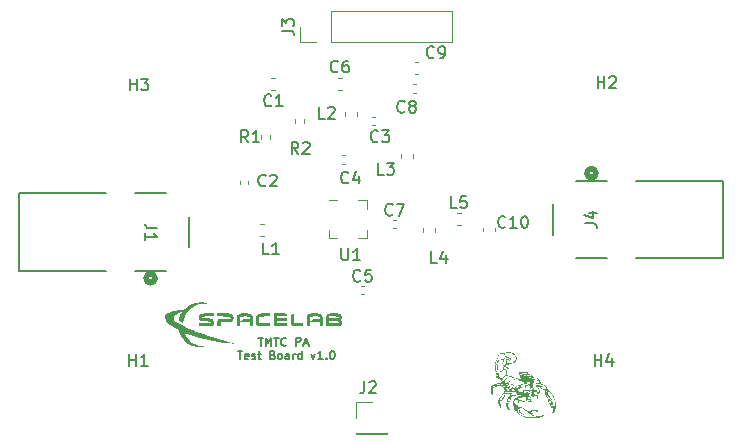
<source format=gto>
G04 #@! TF.GenerationSoftware,KiCad,Pcbnew,8.0.9-1.fc41*
G04 #@! TF.CreationDate,2025-05-25T01:26:55-03:00*
G04 #@! TF.ProjectId,PA-circuit,50412d63-6972-4637-9569-742e6b696361,rev?*
G04 #@! TF.SameCoordinates,Original*
G04 #@! TF.FileFunction,Legend,Top*
G04 #@! TF.FilePolarity,Positive*
%FSLAX46Y46*%
G04 Gerber Fmt 4.6, Leading zero omitted, Abs format (unit mm)*
G04 Created by KiCad (PCBNEW 8.0.9-1.fc41) date 2025-05-25 01:26:55*
%MOMM*%
%LPD*%
G01*
G04 APERTURE LIST*
%ADD10C,0.150000*%
%ADD11C,0.000000*%
%ADD12C,0.120000*%
%ADD13C,0.152400*%
%ADD14C,0.508000*%
G04 APERTURE END LIST*
D10*
X79556078Y-68395530D02*
X79956078Y-68395530D01*
X79756078Y-69095530D02*
X79756078Y-68395530D01*
X80189411Y-69095530D02*
X80189411Y-68395530D01*
X80189411Y-68395530D02*
X80422745Y-68895530D01*
X80422745Y-68895530D02*
X80656078Y-68395530D01*
X80656078Y-68395530D02*
X80656078Y-69095530D01*
X80889411Y-68395530D02*
X81289411Y-68395530D01*
X81089411Y-69095530D02*
X81089411Y-68395530D01*
X81922744Y-69028863D02*
X81889411Y-69062197D01*
X81889411Y-69062197D02*
X81789411Y-69095530D01*
X81789411Y-69095530D02*
X81722744Y-69095530D01*
X81722744Y-69095530D02*
X81622744Y-69062197D01*
X81622744Y-69062197D02*
X81556078Y-68995530D01*
X81556078Y-68995530D02*
X81522744Y-68928863D01*
X81522744Y-68928863D02*
X81489411Y-68795530D01*
X81489411Y-68795530D02*
X81489411Y-68695530D01*
X81489411Y-68695530D02*
X81522744Y-68562197D01*
X81522744Y-68562197D02*
X81556078Y-68495530D01*
X81556078Y-68495530D02*
X81622744Y-68428863D01*
X81622744Y-68428863D02*
X81722744Y-68395530D01*
X81722744Y-68395530D02*
X81789411Y-68395530D01*
X81789411Y-68395530D02*
X81889411Y-68428863D01*
X81889411Y-68428863D02*
X81922744Y-68462197D01*
X82756077Y-69095530D02*
X82756077Y-68395530D01*
X82756077Y-68395530D02*
X83022744Y-68395530D01*
X83022744Y-68395530D02*
X83089411Y-68428863D01*
X83089411Y-68428863D02*
X83122744Y-68462197D01*
X83122744Y-68462197D02*
X83156077Y-68528863D01*
X83156077Y-68528863D02*
X83156077Y-68628863D01*
X83156077Y-68628863D02*
X83122744Y-68695530D01*
X83122744Y-68695530D02*
X83089411Y-68728863D01*
X83089411Y-68728863D02*
X83022744Y-68762197D01*
X83022744Y-68762197D02*
X82756077Y-68762197D01*
X83422744Y-68895530D02*
X83756077Y-68895530D01*
X83356077Y-69095530D02*
X83589411Y-68395530D01*
X83589411Y-68395530D02*
X83822744Y-69095530D01*
X77822745Y-69522491D02*
X78222745Y-69522491D01*
X78022745Y-70222491D02*
X78022745Y-69522491D01*
X78722745Y-70189158D02*
X78656078Y-70222491D01*
X78656078Y-70222491D02*
X78522745Y-70222491D01*
X78522745Y-70222491D02*
X78456078Y-70189158D01*
X78456078Y-70189158D02*
X78422745Y-70122491D01*
X78422745Y-70122491D02*
X78422745Y-69855824D01*
X78422745Y-69855824D02*
X78456078Y-69789158D01*
X78456078Y-69789158D02*
X78522745Y-69755824D01*
X78522745Y-69755824D02*
X78656078Y-69755824D01*
X78656078Y-69755824D02*
X78722745Y-69789158D01*
X78722745Y-69789158D02*
X78756078Y-69855824D01*
X78756078Y-69855824D02*
X78756078Y-69922491D01*
X78756078Y-69922491D02*
X78422745Y-69989158D01*
X79022745Y-70189158D02*
X79089412Y-70222491D01*
X79089412Y-70222491D02*
X79222745Y-70222491D01*
X79222745Y-70222491D02*
X79289412Y-70189158D01*
X79289412Y-70189158D02*
X79322745Y-70122491D01*
X79322745Y-70122491D02*
X79322745Y-70089158D01*
X79322745Y-70089158D02*
X79289412Y-70022491D01*
X79289412Y-70022491D02*
X79222745Y-69989158D01*
X79222745Y-69989158D02*
X79122745Y-69989158D01*
X79122745Y-69989158D02*
X79056078Y-69955824D01*
X79056078Y-69955824D02*
X79022745Y-69889158D01*
X79022745Y-69889158D02*
X79022745Y-69855824D01*
X79022745Y-69855824D02*
X79056078Y-69789158D01*
X79056078Y-69789158D02*
X79122745Y-69755824D01*
X79122745Y-69755824D02*
X79222745Y-69755824D01*
X79222745Y-69755824D02*
X79289412Y-69789158D01*
X79522745Y-69755824D02*
X79789412Y-69755824D01*
X79622745Y-69522491D02*
X79622745Y-70122491D01*
X79622745Y-70122491D02*
X79656079Y-70189158D01*
X79656079Y-70189158D02*
X79722745Y-70222491D01*
X79722745Y-70222491D02*
X79789412Y-70222491D01*
X80789412Y-69855824D02*
X80889412Y-69889158D01*
X80889412Y-69889158D02*
X80922745Y-69922491D01*
X80922745Y-69922491D02*
X80956078Y-69989158D01*
X80956078Y-69989158D02*
X80956078Y-70089158D01*
X80956078Y-70089158D02*
X80922745Y-70155824D01*
X80922745Y-70155824D02*
X80889412Y-70189158D01*
X80889412Y-70189158D02*
X80822745Y-70222491D01*
X80822745Y-70222491D02*
X80556078Y-70222491D01*
X80556078Y-70222491D02*
X80556078Y-69522491D01*
X80556078Y-69522491D02*
X80789412Y-69522491D01*
X80789412Y-69522491D02*
X80856078Y-69555824D01*
X80856078Y-69555824D02*
X80889412Y-69589158D01*
X80889412Y-69589158D02*
X80922745Y-69655824D01*
X80922745Y-69655824D02*
X80922745Y-69722491D01*
X80922745Y-69722491D02*
X80889412Y-69789158D01*
X80889412Y-69789158D02*
X80856078Y-69822491D01*
X80856078Y-69822491D02*
X80789412Y-69855824D01*
X80789412Y-69855824D02*
X80556078Y-69855824D01*
X81356078Y-70222491D02*
X81289412Y-70189158D01*
X81289412Y-70189158D02*
X81256078Y-70155824D01*
X81256078Y-70155824D02*
X81222745Y-70089158D01*
X81222745Y-70089158D02*
X81222745Y-69889158D01*
X81222745Y-69889158D02*
X81256078Y-69822491D01*
X81256078Y-69822491D02*
X81289412Y-69789158D01*
X81289412Y-69789158D02*
X81356078Y-69755824D01*
X81356078Y-69755824D02*
X81456078Y-69755824D01*
X81456078Y-69755824D02*
X81522745Y-69789158D01*
X81522745Y-69789158D02*
X81556078Y-69822491D01*
X81556078Y-69822491D02*
X81589412Y-69889158D01*
X81589412Y-69889158D02*
X81589412Y-70089158D01*
X81589412Y-70089158D02*
X81556078Y-70155824D01*
X81556078Y-70155824D02*
X81522745Y-70189158D01*
X81522745Y-70189158D02*
X81456078Y-70222491D01*
X81456078Y-70222491D02*
X81356078Y-70222491D01*
X82189411Y-70222491D02*
X82189411Y-69855824D01*
X82189411Y-69855824D02*
X82156078Y-69789158D01*
X82156078Y-69789158D02*
X82089411Y-69755824D01*
X82089411Y-69755824D02*
X81956078Y-69755824D01*
X81956078Y-69755824D02*
X81889411Y-69789158D01*
X82189411Y-70189158D02*
X82122745Y-70222491D01*
X82122745Y-70222491D02*
X81956078Y-70222491D01*
X81956078Y-70222491D02*
X81889411Y-70189158D01*
X81889411Y-70189158D02*
X81856078Y-70122491D01*
X81856078Y-70122491D02*
X81856078Y-70055824D01*
X81856078Y-70055824D02*
X81889411Y-69989158D01*
X81889411Y-69989158D02*
X81956078Y-69955824D01*
X81956078Y-69955824D02*
X82122745Y-69955824D01*
X82122745Y-69955824D02*
X82189411Y-69922491D01*
X82522744Y-70222491D02*
X82522744Y-69755824D01*
X82522744Y-69889158D02*
X82556078Y-69822491D01*
X82556078Y-69822491D02*
X82589411Y-69789158D01*
X82589411Y-69789158D02*
X82656078Y-69755824D01*
X82656078Y-69755824D02*
X82722744Y-69755824D01*
X83256077Y-70222491D02*
X83256077Y-69522491D01*
X83256077Y-70189158D02*
X83189411Y-70222491D01*
X83189411Y-70222491D02*
X83056077Y-70222491D01*
X83056077Y-70222491D02*
X82989411Y-70189158D01*
X82989411Y-70189158D02*
X82956077Y-70155824D01*
X82956077Y-70155824D02*
X82922744Y-70089158D01*
X82922744Y-70089158D02*
X82922744Y-69889158D01*
X82922744Y-69889158D02*
X82956077Y-69822491D01*
X82956077Y-69822491D02*
X82989411Y-69789158D01*
X82989411Y-69789158D02*
X83056077Y-69755824D01*
X83056077Y-69755824D02*
X83189411Y-69755824D01*
X83189411Y-69755824D02*
X83256077Y-69789158D01*
X84056077Y-69755824D02*
X84222743Y-70222491D01*
X84222743Y-70222491D02*
X84389410Y-69755824D01*
X85022743Y-70222491D02*
X84622743Y-70222491D01*
X84822743Y-70222491D02*
X84822743Y-69522491D01*
X84822743Y-69522491D02*
X84756076Y-69622491D01*
X84756076Y-69622491D02*
X84689410Y-69689158D01*
X84689410Y-69689158D02*
X84622743Y-69722491D01*
X85322743Y-70155824D02*
X85356077Y-70189158D01*
X85356077Y-70189158D02*
X85322743Y-70222491D01*
X85322743Y-70222491D02*
X85289410Y-70189158D01*
X85289410Y-70189158D02*
X85322743Y-70155824D01*
X85322743Y-70155824D02*
X85322743Y-70222491D01*
X85789410Y-69522491D02*
X85856076Y-69522491D01*
X85856076Y-69522491D02*
X85922743Y-69555824D01*
X85922743Y-69555824D02*
X85956076Y-69589158D01*
X85956076Y-69589158D02*
X85989410Y-69655824D01*
X85989410Y-69655824D02*
X86022743Y-69789158D01*
X86022743Y-69789158D02*
X86022743Y-69955824D01*
X86022743Y-69955824D02*
X85989410Y-70089158D01*
X85989410Y-70089158D02*
X85956076Y-70155824D01*
X85956076Y-70155824D02*
X85922743Y-70189158D01*
X85922743Y-70189158D02*
X85856076Y-70222491D01*
X85856076Y-70222491D02*
X85789410Y-70222491D01*
X85789410Y-70222491D02*
X85722743Y-70189158D01*
X85722743Y-70189158D02*
X85689410Y-70155824D01*
X85689410Y-70155824D02*
X85656076Y-70089158D01*
X85656076Y-70089158D02*
X85622743Y-69955824D01*
X85622743Y-69955824D02*
X85622743Y-69789158D01*
X85622743Y-69789158D02*
X85656076Y-69655824D01*
X85656076Y-69655824D02*
X85689410Y-69589158D01*
X85689410Y-69589158D02*
X85722743Y-69555824D01*
X85722743Y-69555824D02*
X85789410Y-69522491D01*
X91948184Y-49255557D02*
X91900565Y-49303177D01*
X91900565Y-49303177D02*
X91757708Y-49350796D01*
X91757708Y-49350796D02*
X91662470Y-49350796D01*
X91662470Y-49350796D02*
X91519613Y-49303177D01*
X91519613Y-49303177D02*
X91424375Y-49207938D01*
X91424375Y-49207938D02*
X91376756Y-49112700D01*
X91376756Y-49112700D02*
X91329137Y-48922224D01*
X91329137Y-48922224D02*
X91329137Y-48779367D01*
X91329137Y-48779367D02*
X91376756Y-48588891D01*
X91376756Y-48588891D02*
X91424375Y-48493653D01*
X91424375Y-48493653D02*
X91519613Y-48398415D01*
X91519613Y-48398415D02*
X91662470Y-48350796D01*
X91662470Y-48350796D02*
X91757708Y-48350796D01*
X91757708Y-48350796D02*
X91900565Y-48398415D01*
X91900565Y-48398415D02*
X91948184Y-48446034D01*
X92519613Y-48779367D02*
X92424375Y-48731748D01*
X92424375Y-48731748D02*
X92376756Y-48684129D01*
X92376756Y-48684129D02*
X92329137Y-48588891D01*
X92329137Y-48588891D02*
X92329137Y-48541272D01*
X92329137Y-48541272D02*
X92376756Y-48446034D01*
X92376756Y-48446034D02*
X92424375Y-48398415D01*
X92424375Y-48398415D02*
X92519613Y-48350796D01*
X92519613Y-48350796D02*
X92710089Y-48350796D01*
X92710089Y-48350796D02*
X92805327Y-48398415D01*
X92805327Y-48398415D02*
X92852946Y-48446034D01*
X92852946Y-48446034D02*
X92900565Y-48541272D01*
X92900565Y-48541272D02*
X92900565Y-48588891D01*
X92900565Y-48588891D02*
X92852946Y-48684129D01*
X92852946Y-48684129D02*
X92805327Y-48731748D01*
X92805327Y-48731748D02*
X92710089Y-48779367D01*
X92710089Y-48779367D02*
X92519613Y-48779367D01*
X92519613Y-48779367D02*
X92424375Y-48826986D01*
X92424375Y-48826986D02*
X92376756Y-48874605D01*
X92376756Y-48874605D02*
X92329137Y-48969843D01*
X92329137Y-48969843D02*
X92329137Y-49160319D01*
X92329137Y-49160319D02*
X92376756Y-49255557D01*
X92376756Y-49255557D02*
X92424375Y-49303177D01*
X92424375Y-49303177D02*
X92519613Y-49350796D01*
X92519613Y-49350796D02*
X92710089Y-49350796D01*
X92710089Y-49350796D02*
X92805327Y-49303177D01*
X92805327Y-49303177D02*
X92852946Y-49255557D01*
X92852946Y-49255557D02*
X92900565Y-49160319D01*
X92900565Y-49160319D02*
X92900565Y-48969843D01*
X92900565Y-48969843D02*
X92852946Y-48874605D01*
X92852946Y-48874605D02*
X92805327Y-48826986D01*
X92805327Y-48826986D02*
X92710089Y-48779367D01*
X90936911Y-57976538D02*
X90889292Y-58024158D01*
X90889292Y-58024158D02*
X90746435Y-58071777D01*
X90746435Y-58071777D02*
X90651197Y-58071777D01*
X90651197Y-58071777D02*
X90508340Y-58024158D01*
X90508340Y-58024158D02*
X90413102Y-57928919D01*
X90413102Y-57928919D02*
X90365483Y-57833681D01*
X90365483Y-57833681D02*
X90317864Y-57643205D01*
X90317864Y-57643205D02*
X90317864Y-57500348D01*
X90317864Y-57500348D02*
X90365483Y-57309872D01*
X90365483Y-57309872D02*
X90413102Y-57214634D01*
X90413102Y-57214634D02*
X90508340Y-57119396D01*
X90508340Y-57119396D02*
X90651197Y-57071777D01*
X90651197Y-57071777D02*
X90746435Y-57071777D01*
X90746435Y-57071777D02*
X90889292Y-57119396D01*
X90889292Y-57119396D02*
X90936911Y-57167015D01*
X91270245Y-57071777D02*
X91936911Y-57071777D01*
X91936911Y-57071777D02*
X91508340Y-58071777D01*
X85198184Y-49850796D02*
X84721994Y-49850796D01*
X84721994Y-49850796D02*
X84721994Y-48850796D01*
X85483899Y-48946034D02*
X85531518Y-48898415D01*
X85531518Y-48898415D02*
X85626756Y-48850796D01*
X85626756Y-48850796D02*
X85864851Y-48850796D01*
X85864851Y-48850796D02*
X85960089Y-48898415D01*
X85960089Y-48898415D02*
X86007708Y-48946034D01*
X86007708Y-48946034D02*
X86055327Y-49041272D01*
X86055327Y-49041272D02*
X86055327Y-49136510D01*
X86055327Y-49136510D02*
X86007708Y-49279367D01*
X86007708Y-49279367D02*
X85436280Y-49850796D01*
X85436280Y-49850796D02*
X86055327Y-49850796D01*
X94698184Y-62100796D02*
X94221994Y-62100796D01*
X94221994Y-62100796D02*
X94221994Y-61100796D01*
X95460089Y-61434129D02*
X95460089Y-62100796D01*
X95221994Y-61053177D02*
X94983899Y-61767462D01*
X94983899Y-61767462D02*
X95602946Y-61767462D01*
X108290089Y-47285356D02*
X108290089Y-46285356D01*
X108290089Y-46761546D02*
X108861517Y-46761546D01*
X108861517Y-47285356D02*
X108861517Y-46285356D01*
X109290089Y-46380594D02*
X109337708Y-46332975D01*
X109337708Y-46332975D02*
X109432946Y-46285356D01*
X109432946Y-46285356D02*
X109671041Y-46285356D01*
X109671041Y-46285356D02*
X109766279Y-46332975D01*
X109766279Y-46332975D02*
X109813898Y-46380594D01*
X109813898Y-46380594D02*
X109861517Y-46475832D01*
X109861517Y-46475832D02*
X109861517Y-46571070D01*
X109861517Y-46571070D02*
X109813898Y-46713927D01*
X109813898Y-46713927D02*
X109242470Y-47285356D01*
X109242470Y-47285356D02*
X109861517Y-47285356D01*
X80198184Y-55505557D02*
X80150565Y-55553177D01*
X80150565Y-55553177D02*
X80007708Y-55600796D01*
X80007708Y-55600796D02*
X79912470Y-55600796D01*
X79912470Y-55600796D02*
X79769613Y-55553177D01*
X79769613Y-55553177D02*
X79674375Y-55457938D01*
X79674375Y-55457938D02*
X79626756Y-55362700D01*
X79626756Y-55362700D02*
X79579137Y-55172224D01*
X79579137Y-55172224D02*
X79579137Y-55029367D01*
X79579137Y-55029367D02*
X79626756Y-54838891D01*
X79626756Y-54838891D02*
X79674375Y-54743653D01*
X79674375Y-54743653D02*
X79769613Y-54648415D01*
X79769613Y-54648415D02*
X79912470Y-54600796D01*
X79912470Y-54600796D02*
X80007708Y-54600796D01*
X80007708Y-54600796D02*
X80150565Y-54648415D01*
X80150565Y-54648415D02*
X80198184Y-54696034D01*
X80579137Y-54696034D02*
X80626756Y-54648415D01*
X80626756Y-54648415D02*
X80721994Y-54600796D01*
X80721994Y-54600796D02*
X80960089Y-54600796D01*
X80960089Y-54600796D02*
X81055327Y-54648415D01*
X81055327Y-54648415D02*
X81102946Y-54696034D01*
X81102946Y-54696034D02*
X81150565Y-54791272D01*
X81150565Y-54791272D02*
X81150565Y-54886510D01*
X81150565Y-54886510D02*
X81102946Y-55029367D01*
X81102946Y-55029367D02*
X80531518Y-55600796D01*
X80531518Y-55600796D02*
X81150565Y-55600796D01*
X68636095Y-70788819D02*
X68636095Y-69788819D01*
X68636095Y-70265009D02*
X69207523Y-70265009D01*
X69207523Y-70788819D02*
X69207523Y-69788819D01*
X70207523Y-70788819D02*
X69636095Y-70788819D01*
X69921809Y-70788819D02*
X69921809Y-69788819D01*
X69921809Y-69788819D02*
X69826571Y-69931676D01*
X69826571Y-69931676D02*
X69731333Y-70026914D01*
X69731333Y-70026914D02*
X69636095Y-70074533D01*
X81562819Y-42417333D02*
X82277104Y-42417333D01*
X82277104Y-42417333D02*
X82419961Y-42464952D01*
X82419961Y-42464952D02*
X82515200Y-42560190D01*
X82515200Y-42560190D02*
X82562819Y-42703047D01*
X82562819Y-42703047D02*
X82562819Y-42798285D01*
X81562819Y-42036380D02*
X81562819Y-41417333D01*
X81562819Y-41417333D02*
X81943771Y-41750666D01*
X81943771Y-41750666D02*
X81943771Y-41607809D01*
X81943771Y-41607809D02*
X81991390Y-41512571D01*
X81991390Y-41512571D02*
X82039009Y-41464952D01*
X82039009Y-41464952D02*
X82134247Y-41417333D01*
X82134247Y-41417333D02*
X82372342Y-41417333D01*
X82372342Y-41417333D02*
X82467580Y-41464952D01*
X82467580Y-41464952D02*
X82515200Y-41512571D01*
X82515200Y-41512571D02*
X82562819Y-41607809D01*
X82562819Y-41607809D02*
X82562819Y-41893523D01*
X82562819Y-41893523D02*
X82515200Y-41988761D01*
X82515200Y-41988761D02*
X82467580Y-42036380D01*
X88211911Y-63564538D02*
X88164292Y-63612158D01*
X88164292Y-63612158D02*
X88021435Y-63659777D01*
X88021435Y-63659777D02*
X87926197Y-63659777D01*
X87926197Y-63659777D02*
X87783340Y-63612158D01*
X87783340Y-63612158D02*
X87688102Y-63516919D01*
X87688102Y-63516919D02*
X87640483Y-63421681D01*
X87640483Y-63421681D02*
X87592864Y-63231205D01*
X87592864Y-63231205D02*
X87592864Y-63088348D01*
X87592864Y-63088348D02*
X87640483Y-62897872D01*
X87640483Y-62897872D02*
X87688102Y-62802634D01*
X87688102Y-62802634D02*
X87783340Y-62707396D01*
X87783340Y-62707396D02*
X87926197Y-62659777D01*
X87926197Y-62659777D02*
X88021435Y-62659777D01*
X88021435Y-62659777D02*
X88164292Y-62707396D01*
X88164292Y-62707396D02*
X88211911Y-62755015D01*
X89116673Y-62659777D02*
X88640483Y-62659777D01*
X88640483Y-62659777D02*
X88592864Y-63135967D01*
X88592864Y-63135967D02*
X88640483Y-63088348D01*
X88640483Y-63088348D02*
X88735721Y-63040729D01*
X88735721Y-63040729D02*
X88973816Y-63040729D01*
X88973816Y-63040729D02*
X89069054Y-63088348D01*
X89069054Y-63088348D02*
X89116673Y-63135967D01*
X89116673Y-63135967D02*
X89164292Y-63231205D01*
X89164292Y-63231205D02*
X89164292Y-63469300D01*
X89164292Y-63469300D02*
X89116673Y-63564538D01*
X89116673Y-63564538D02*
X89069054Y-63612158D01*
X89069054Y-63612158D02*
X88973816Y-63659777D01*
X88973816Y-63659777D02*
X88735721Y-63659777D01*
X88735721Y-63659777D02*
X88640483Y-63612158D01*
X88640483Y-63612158D02*
X88592864Y-63564538D01*
X100471993Y-59005557D02*
X100424374Y-59053177D01*
X100424374Y-59053177D02*
X100281517Y-59100796D01*
X100281517Y-59100796D02*
X100186279Y-59100796D01*
X100186279Y-59100796D02*
X100043422Y-59053177D01*
X100043422Y-59053177D02*
X99948184Y-58957938D01*
X99948184Y-58957938D02*
X99900565Y-58862700D01*
X99900565Y-58862700D02*
X99852946Y-58672224D01*
X99852946Y-58672224D02*
X99852946Y-58529367D01*
X99852946Y-58529367D02*
X99900565Y-58338891D01*
X99900565Y-58338891D02*
X99948184Y-58243653D01*
X99948184Y-58243653D02*
X100043422Y-58148415D01*
X100043422Y-58148415D02*
X100186279Y-58100796D01*
X100186279Y-58100796D02*
X100281517Y-58100796D01*
X100281517Y-58100796D02*
X100424374Y-58148415D01*
X100424374Y-58148415D02*
X100471993Y-58196034D01*
X101424374Y-59100796D02*
X100852946Y-59100796D01*
X101138660Y-59100796D02*
X101138660Y-58100796D01*
X101138660Y-58100796D02*
X101043422Y-58243653D01*
X101043422Y-58243653D02*
X100948184Y-58338891D01*
X100948184Y-58338891D02*
X100852946Y-58386510D01*
X102043422Y-58100796D02*
X102138660Y-58100796D01*
X102138660Y-58100796D02*
X102233898Y-58148415D01*
X102233898Y-58148415D02*
X102281517Y-58196034D01*
X102281517Y-58196034D02*
X102329136Y-58291272D01*
X102329136Y-58291272D02*
X102376755Y-58481748D01*
X102376755Y-58481748D02*
X102376755Y-58719843D01*
X102376755Y-58719843D02*
X102329136Y-58910319D01*
X102329136Y-58910319D02*
X102281517Y-59005557D01*
X102281517Y-59005557D02*
X102233898Y-59053177D01*
X102233898Y-59053177D02*
X102138660Y-59100796D01*
X102138660Y-59100796D02*
X102043422Y-59100796D01*
X102043422Y-59100796D02*
X101948184Y-59053177D01*
X101948184Y-59053177D02*
X101900565Y-59005557D01*
X101900565Y-59005557D02*
X101852946Y-58910319D01*
X101852946Y-58910319D02*
X101805327Y-58719843D01*
X101805327Y-58719843D02*
X101805327Y-58481748D01*
X101805327Y-58481748D02*
X101852946Y-58291272D01*
X101852946Y-58291272D02*
X101900565Y-58196034D01*
X101900565Y-58196034D02*
X101948184Y-58148415D01*
X101948184Y-58148415D02*
X102043422Y-58100796D01*
X94431333Y-44643580D02*
X94383714Y-44691200D01*
X94383714Y-44691200D02*
X94240857Y-44738819D01*
X94240857Y-44738819D02*
X94145619Y-44738819D01*
X94145619Y-44738819D02*
X94002762Y-44691200D01*
X94002762Y-44691200D02*
X93907524Y-44595961D01*
X93907524Y-44595961D02*
X93859905Y-44500723D01*
X93859905Y-44500723D02*
X93812286Y-44310247D01*
X93812286Y-44310247D02*
X93812286Y-44167390D01*
X93812286Y-44167390D02*
X93859905Y-43976914D01*
X93859905Y-43976914D02*
X93907524Y-43881676D01*
X93907524Y-43881676D02*
X94002762Y-43786438D01*
X94002762Y-43786438D02*
X94145619Y-43738819D01*
X94145619Y-43738819D02*
X94240857Y-43738819D01*
X94240857Y-43738819D02*
X94383714Y-43786438D01*
X94383714Y-43786438D02*
X94431333Y-43834057D01*
X94907524Y-44738819D02*
X95098000Y-44738819D01*
X95098000Y-44738819D02*
X95193238Y-44691200D01*
X95193238Y-44691200D02*
X95240857Y-44643580D01*
X95240857Y-44643580D02*
X95336095Y-44500723D01*
X95336095Y-44500723D02*
X95383714Y-44310247D01*
X95383714Y-44310247D02*
X95383714Y-43929295D01*
X95383714Y-43929295D02*
X95336095Y-43834057D01*
X95336095Y-43834057D02*
X95288476Y-43786438D01*
X95288476Y-43786438D02*
X95193238Y-43738819D01*
X95193238Y-43738819D02*
X95002762Y-43738819D01*
X95002762Y-43738819D02*
X94907524Y-43786438D01*
X94907524Y-43786438D02*
X94859905Y-43834057D01*
X94859905Y-43834057D02*
X94812286Y-43929295D01*
X94812286Y-43929295D02*
X94812286Y-44167390D01*
X94812286Y-44167390D02*
X94859905Y-44262628D01*
X94859905Y-44262628D02*
X94907524Y-44310247D01*
X94907524Y-44310247D02*
X95002762Y-44357866D01*
X95002762Y-44357866D02*
X95193238Y-44357866D01*
X95193238Y-44357866D02*
X95288476Y-44310247D01*
X95288476Y-44310247D02*
X95336095Y-44262628D01*
X95336095Y-44262628D02*
X95383714Y-44167390D01*
X89698184Y-51755557D02*
X89650565Y-51803177D01*
X89650565Y-51803177D02*
X89507708Y-51850796D01*
X89507708Y-51850796D02*
X89412470Y-51850796D01*
X89412470Y-51850796D02*
X89269613Y-51803177D01*
X89269613Y-51803177D02*
X89174375Y-51707938D01*
X89174375Y-51707938D02*
X89126756Y-51612700D01*
X89126756Y-51612700D02*
X89079137Y-51422224D01*
X89079137Y-51422224D02*
X89079137Y-51279367D01*
X89079137Y-51279367D02*
X89126756Y-51088891D01*
X89126756Y-51088891D02*
X89174375Y-50993653D01*
X89174375Y-50993653D02*
X89269613Y-50898415D01*
X89269613Y-50898415D02*
X89412470Y-50850796D01*
X89412470Y-50850796D02*
X89507708Y-50850796D01*
X89507708Y-50850796D02*
X89650565Y-50898415D01*
X89650565Y-50898415D02*
X89698184Y-50946034D01*
X90031518Y-50850796D02*
X90650565Y-50850796D01*
X90650565Y-50850796D02*
X90317232Y-51231748D01*
X90317232Y-51231748D02*
X90460089Y-51231748D01*
X90460089Y-51231748D02*
X90555327Y-51279367D01*
X90555327Y-51279367D02*
X90602946Y-51326986D01*
X90602946Y-51326986D02*
X90650565Y-51422224D01*
X90650565Y-51422224D02*
X90650565Y-51660319D01*
X90650565Y-51660319D02*
X90602946Y-51755557D01*
X90602946Y-51755557D02*
X90555327Y-51803177D01*
X90555327Y-51803177D02*
X90460089Y-51850796D01*
X90460089Y-51850796D02*
X90174375Y-51850796D01*
X90174375Y-51850796D02*
X90079137Y-51803177D01*
X90079137Y-51803177D02*
X90031518Y-51755557D01*
X87198184Y-55255557D02*
X87150565Y-55303177D01*
X87150565Y-55303177D02*
X87007708Y-55350796D01*
X87007708Y-55350796D02*
X86912470Y-55350796D01*
X86912470Y-55350796D02*
X86769613Y-55303177D01*
X86769613Y-55303177D02*
X86674375Y-55207938D01*
X86674375Y-55207938D02*
X86626756Y-55112700D01*
X86626756Y-55112700D02*
X86579137Y-54922224D01*
X86579137Y-54922224D02*
X86579137Y-54779367D01*
X86579137Y-54779367D02*
X86626756Y-54588891D01*
X86626756Y-54588891D02*
X86674375Y-54493653D01*
X86674375Y-54493653D02*
X86769613Y-54398415D01*
X86769613Y-54398415D02*
X86912470Y-54350796D01*
X86912470Y-54350796D02*
X87007708Y-54350796D01*
X87007708Y-54350796D02*
X87150565Y-54398415D01*
X87150565Y-54398415D02*
X87198184Y-54446034D01*
X88055327Y-54684129D02*
X88055327Y-55350796D01*
X87817232Y-54303177D02*
X87579137Y-55017462D01*
X87579137Y-55017462D02*
X88198184Y-55017462D01*
X108036095Y-70788819D02*
X108036095Y-69788819D01*
X108036095Y-70265009D02*
X108607523Y-70265009D01*
X108607523Y-70788819D02*
X108607523Y-69788819D01*
X109512285Y-70122152D02*
X109512285Y-70788819D01*
X109274190Y-69741200D02*
X109036095Y-70455485D01*
X109036095Y-70455485D02*
X109655142Y-70455485D01*
X80448184Y-61350796D02*
X79971994Y-61350796D01*
X79971994Y-61350796D02*
X79971994Y-60350796D01*
X81305327Y-61350796D02*
X80733899Y-61350796D01*
X81019613Y-61350796D02*
X81019613Y-60350796D01*
X81019613Y-60350796D02*
X80924375Y-60493653D01*
X80924375Y-60493653D02*
X80829137Y-60588891D01*
X80829137Y-60588891D02*
X80733899Y-60636510D01*
X80660411Y-48718080D02*
X80612792Y-48765700D01*
X80612792Y-48765700D02*
X80469935Y-48813319D01*
X80469935Y-48813319D02*
X80374697Y-48813319D01*
X80374697Y-48813319D02*
X80231840Y-48765700D01*
X80231840Y-48765700D02*
X80136602Y-48670461D01*
X80136602Y-48670461D02*
X80088983Y-48575223D01*
X80088983Y-48575223D02*
X80041364Y-48384747D01*
X80041364Y-48384747D02*
X80041364Y-48241890D01*
X80041364Y-48241890D02*
X80088983Y-48051414D01*
X80088983Y-48051414D02*
X80136602Y-47956176D01*
X80136602Y-47956176D02*
X80231840Y-47860938D01*
X80231840Y-47860938D02*
X80374697Y-47813319D01*
X80374697Y-47813319D02*
X80469935Y-47813319D01*
X80469935Y-47813319D02*
X80612792Y-47860938D01*
X80612792Y-47860938D02*
X80660411Y-47908557D01*
X81612792Y-48813319D02*
X81041364Y-48813319D01*
X81327078Y-48813319D02*
X81327078Y-47813319D01*
X81327078Y-47813319D02*
X81231840Y-47956176D01*
X81231840Y-47956176D02*
X81136602Y-48051414D01*
X81136602Y-48051414D02*
X81041364Y-48099033D01*
X82948184Y-52850796D02*
X82614851Y-52374605D01*
X82376756Y-52850796D02*
X82376756Y-51850796D01*
X82376756Y-51850796D02*
X82757708Y-51850796D01*
X82757708Y-51850796D02*
X82852946Y-51898415D01*
X82852946Y-51898415D02*
X82900565Y-51946034D01*
X82900565Y-51946034D02*
X82948184Y-52041272D01*
X82948184Y-52041272D02*
X82948184Y-52184129D01*
X82948184Y-52184129D02*
X82900565Y-52279367D01*
X82900565Y-52279367D02*
X82852946Y-52326986D01*
X82852946Y-52326986D02*
X82757708Y-52374605D01*
X82757708Y-52374605D02*
X82376756Y-52374605D01*
X83329137Y-51946034D02*
X83376756Y-51898415D01*
X83376756Y-51898415D02*
X83471994Y-51850796D01*
X83471994Y-51850796D02*
X83710089Y-51850796D01*
X83710089Y-51850796D02*
X83805327Y-51898415D01*
X83805327Y-51898415D02*
X83852946Y-51946034D01*
X83852946Y-51946034D02*
X83900565Y-52041272D01*
X83900565Y-52041272D02*
X83900565Y-52136510D01*
X83900565Y-52136510D02*
X83852946Y-52279367D01*
X83852946Y-52279367D02*
X83281518Y-52850796D01*
X83281518Y-52850796D02*
X83900565Y-52850796D01*
X90198184Y-54600796D02*
X89721994Y-54600796D01*
X89721994Y-54600796D02*
X89721994Y-53600796D01*
X90436280Y-53600796D02*
X91055327Y-53600796D01*
X91055327Y-53600796D02*
X90721994Y-53981748D01*
X90721994Y-53981748D02*
X90864851Y-53981748D01*
X90864851Y-53981748D02*
X90960089Y-54029367D01*
X90960089Y-54029367D02*
X91007708Y-54076986D01*
X91007708Y-54076986D02*
X91055327Y-54172224D01*
X91055327Y-54172224D02*
X91055327Y-54410319D01*
X91055327Y-54410319D02*
X91007708Y-54505557D01*
X91007708Y-54505557D02*
X90960089Y-54553177D01*
X90960089Y-54553177D02*
X90864851Y-54600796D01*
X90864851Y-54600796D02*
X90579137Y-54600796D01*
X90579137Y-54600796D02*
X90483899Y-54553177D01*
X90483899Y-54553177D02*
X90436280Y-54505557D01*
X107223397Y-58724291D02*
X107937682Y-58724291D01*
X107937682Y-58724291D02*
X108080539Y-58771910D01*
X108080539Y-58771910D02*
X108175778Y-58867148D01*
X108175778Y-58867148D02*
X108223397Y-59010005D01*
X108223397Y-59010005D02*
X108223397Y-59105243D01*
X107556730Y-57819529D02*
X108223397Y-57819529D01*
X107175778Y-58057624D02*
X107890063Y-58295719D01*
X107890063Y-58295719D02*
X107890063Y-57676672D01*
X68694249Y-47463465D02*
X68694249Y-46463465D01*
X68694249Y-46939655D02*
X69265677Y-46939655D01*
X69265677Y-47463465D02*
X69265677Y-46463465D01*
X69646630Y-46463465D02*
X70265677Y-46463465D01*
X70265677Y-46463465D02*
X69932344Y-46844417D01*
X69932344Y-46844417D02*
X70075201Y-46844417D01*
X70075201Y-46844417D02*
X70170439Y-46892036D01*
X70170439Y-46892036D02*
X70218058Y-46939655D01*
X70218058Y-46939655D02*
X70265677Y-47034893D01*
X70265677Y-47034893D02*
X70265677Y-47272988D01*
X70265677Y-47272988D02*
X70218058Y-47368226D01*
X70218058Y-47368226D02*
X70170439Y-47415846D01*
X70170439Y-47415846D02*
X70075201Y-47463465D01*
X70075201Y-47463465D02*
X69789487Y-47463465D01*
X69789487Y-47463465D02*
X69694249Y-47415846D01*
X69694249Y-47415846D02*
X69646630Y-47368226D01*
X88531517Y-72100796D02*
X88531517Y-72815081D01*
X88531517Y-72815081D02*
X88483898Y-72957938D01*
X88483898Y-72957938D02*
X88388660Y-73053177D01*
X88388660Y-73053177D02*
X88245803Y-73100796D01*
X88245803Y-73100796D02*
X88150565Y-73100796D01*
X88960089Y-72196034D02*
X89007708Y-72148415D01*
X89007708Y-72148415D02*
X89102946Y-72100796D01*
X89102946Y-72100796D02*
X89341041Y-72100796D01*
X89341041Y-72100796D02*
X89436279Y-72148415D01*
X89436279Y-72148415D02*
X89483898Y-72196034D01*
X89483898Y-72196034D02*
X89531517Y-72291272D01*
X89531517Y-72291272D02*
X89531517Y-72386510D01*
X89531517Y-72386510D02*
X89483898Y-72529367D01*
X89483898Y-72529367D02*
X88912470Y-73100796D01*
X88912470Y-73100796D02*
X89531517Y-73100796D01*
X78698184Y-51850796D02*
X78364851Y-51374605D01*
X78126756Y-51850796D02*
X78126756Y-50850796D01*
X78126756Y-50850796D02*
X78507708Y-50850796D01*
X78507708Y-50850796D02*
X78602946Y-50898415D01*
X78602946Y-50898415D02*
X78650565Y-50946034D01*
X78650565Y-50946034D02*
X78698184Y-51041272D01*
X78698184Y-51041272D02*
X78698184Y-51184129D01*
X78698184Y-51184129D02*
X78650565Y-51279367D01*
X78650565Y-51279367D02*
X78602946Y-51326986D01*
X78602946Y-51326986D02*
X78507708Y-51374605D01*
X78507708Y-51374605D02*
X78126756Y-51374605D01*
X79650565Y-51850796D02*
X79079137Y-51850796D01*
X79364851Y-51850796D02*
X79364851Y-50850796D01*
X79364851Y-50850796D02*
X79269613Y-50993653D01*
X79269613Y-50993653D02*
X79174375Y-51088891D01*
X79174375Y-51088891D02*
X79079137Y-51136510D01*
X86306411Y-45846651D02*
X86258792Y-45894271D01*
X86258792Y-45894271D02*
X86115935Y-45941890D01*
X86115935Y-45941890D02*
X86020697Y-45941890D01*
X86020697Y-45941890D02*
X85877840Y-45894271D01*
X85877840Y-45894271D02*
X85782602Y-45799032D01*
X85782602Y-45799032D02*
X85734983Y-45703794D01*
X85734983Y-45703794D02*
X85687364Y-45513318D01*
X85687364Y-45513318D02*
X85687364Y-45370461D01*
X85687364Y-45370461D02*
X85734983Y-45179985D01*
X85734983Y-45179985D02*
X85782602Y-45084747D01*
X85782602Y-45084747D02*
X85877840Y-44989509D01*
X85877840Y-44989509D02*
X86020697Y-44941890D01*
X86020697Y-44941890D02*
X86115935Y-44941890D01*
X86115935Y-44941890D02*
X86258792Y-44989509D01*
X86258792Y-44989509D02*
X86306411Y-45037128D01*
X87163554Y-44941890D02*
X86973078Y-44941890D01*
X86973078Y-44941890D02*
X86877840Y-44989509D01*
X86877840Y-44989509D02*
X86830221Y-45037128D01*
X86830221Y-45037128D02*
X86734983Y-45179985D01*
X86734983Y-45179985D02*
X86687364Y-45370461D01*
X86687364Y-45370461D02*
X86687364Y-45751413D01*
X86687364Y-45751413D02*
X86734983Y-45846651D01*
X86734983Y-45846651D02*
X86782602Y-45894271D01*
X86782602Y-45894271D02*
X86877840Y-45941890D01*
X86877840Y-45941890D02*
X87068316Y-45941890D01*
X87068316Y-45941890D02*
X87163554Y-45894271D01*
X87163554Y-45894271D02*
X87211173Y-45846651D01*
X87211173Y-45846651D02*
X87258792Y-45751413D01*
X87258792Y-45751413D02*
X87258792Y-45513318D01*
X87258792Y-45513318D02*
X87211173Y-45418080D01*
X87211173Y-45418080D02*
X87163554Y-45370461D01*
X87163554Y-45370461D02*
X87068316Y-45322842D01*
X87068316Y-45322842D02*
X86877840Y-45322842D01*
X86877840Y-45322842D02*
X86782602Y-45370461D01*
X86782602Y-45370461D02*
X86734983Y-45418080D01*
X86734983Y-45418080D02*
X86687364Y-45513318D01*
X96376911Y-57415777D02*
X95900721Y-57415777D01*
X95900721Y-57415777D02*
X95900721Y-56415777D01*
X97186435Y-56415777D02*
X96710245Y-56415777D01*
X96710245Y-56415777D02*
X96662626Y-56891967D01*
X96662626Y-56891967D02*
X96710245Y-56844348D01*
X96710245Y-56844348D02*
X96805483Y-56796729D01*
X96805483Y-56796729D02*
X97043578Y-56796729D01*
X97043578Y-56796729D02*
X97138816Y-56844348D01*
X97138816Y-56844348D02*
X97186435Y-56891967D01*
X97186435Y-56891967D02*
X97234054Y-56987205D01*
X97234054Y-56987205D02*
X97234054Y-57225300D01*
X97234054Y-57225300D02*
X97186435Y-57320538D01*
X97186435Y-57320538D02*
X97138816Y-57368158D01*
X97138816Y-57368158D02*
X97043578Y-57415777D01*
X97043578Y-57415777D02*
X96805483Y-57415777D01*
X96805483Y-57415777D02*
X96710245Y-57368158D01*
X96710245Y-57368158D02*
X96662626Y-57320538D01*
X70987246Y-59130495D02*
X70272961Y-59130495D01*
X70272961Y-59130495D02*
X70130104Y-59082876D01*
X70130104Y-59082876D02*
X70034866Y-58987638D01*
X70034866Y-58987638D02*
X69987246Y-58844781D01*
X69987246Y-58844781D02*
X69987246Y-58749543D01*
X69987246Y-60130495D02*
X69987246Y-59559067D01*
X69987246Y-59844781D02*
X70987246Y-59844781D01*
X70987246Y-59844781D02*
X70844389Y-59749543D01*
X70844389Y-59749543D02*
X70749151Y-59654305D01*
X70749151Y-59654305D02*
X70701532Y-59559067D01*
X86602946Y-60850796D02*
X86602946Y-61660319D01*
X86602946Y-61660319D02*
X86650565Y-61755557D01*
X86650565Y-61755557D02*
X86698184Y-61803177D01*
X86698184Y-61803177D02*
X86793422Y-61850796D01*
X86793422Y-61850796D02*
X86983898Y-61850796D01*
X86983898Y-61850796D02*
X87079136Y-61803177D01*
X87079136Y-61803177D02*
X87126755Y-61755557D01*
X87126755Y-61755557D02*
X87174374Y-61660319D01*
X87174374Y-61660319D02*
X87174374Y-60850796D01*
X88174374Y-61850796D02*
X87602946Y-61850796D01*
X87888660Y-61850796D02*
X87888660Y-60850796D01*
X87888660Y-60850796D02*
X87793422Y-60993653D01*
X87793422Y-60993653D02*
X87698184Y-61088891D01*
X87698184Y-61088891D02*
X87602946Y-61136510D01*
D11*
G36*
X81591745Y-66355954D02*
G01*
X81717626Y-66356561D01*
X81818050Y-66357662D01*
X81895290Y-66359332D01*
X81951618Y-66361642D01*
X81989308Y-66364668D01*
X82010634Y-66368482D01*
X82017867Y-66373159D01*
X82017721Y-66374522D01*
X82011711Y-66397814D01*
X82002555Y-66441609D01*
X81992142Y-66496831D01*
X81991208Y-66502047D01*
X81971828Y-66610819D01*
X81106462Y-66610819D01*
X81106462Y-66775851D01*
X81961630Y-66775851D01*
X81961630Y-67030901D01*
X81106462Y-67030901D01*
X81106462Y-67195934D01*
X81971828Y-67195934D01*
X81991208Y-67304705D01*
X82001642Y-67360509D01*
X82010988Y-67405704D01*
X82017358Y-67431211D01*
X82017721Y-67432230D01*
X82013772Y-67437143D01*
X81996322Y-67441174D01*
X81963096Y-67444397D01*
X81911822Y-67446886D01*
X81840226Y-67448715D01*
X81746036Y-67449956D01*
X81626978Y-67450684D01*
X81480779Y-67450972D01*
X81438132Y-67450984D01*
X80851412Y-67450984D01*
X80851412Y-66355769D01*
X81438132Y-66355769D01*
X81591745Y-66355954D01*
G37*
G36*
X76661837Y-66356098D02*
G01*
X76817905Y-66356300D01*
X76946958Y-66357009D01*
X77051986Y-66358674D01*
X77135981Y-66361745D01*
X77201932Y-66366673D01*
X77252831Y-66373908D01*
X77291668Y-66383899D01*
X77321433Y-66397097D01*
X77345119Y-66413952D01*
X77365714Y-66434915D01*
X77386211Y-66460434D01*
X77390259Y-66465727D01*
X77443813Y-66558977D01*
X77472098Y-66661242D01*
X77475045Y-66766540D01*
X77452587Y-66868893D01*
X77404657Y-66962320D01*
X77395976Y-66974261D01*
X77371420Y-67005801D01*
X77348261Y-67031070D01*
X77322973Y-67050763D01*
X77292031Y-67065576D01*
X77251908Y-67076204D01*
X77199080Y-67083342D01*
X77130019Y-67087684D01*
X77041202Y-67089926D01*
X76929101Y-67090764D01*
X76804365Y-67090890D01*
X76365529Y-67090913D01*
X76365529Y-67450984D01*
X76095476Y-67450984D01*
X76095476Y-67217957D01*
X76096656Y-67110531D01*
X76100773Y-67028546D01*
X76108686Y-66967509D01*
X76121256Y-66922927D01*
X76139345Y-66890306D01*
X76162947Y-66865869D01*
X76174891Y-66859542D01*
X76196010Y-66854290D01*
X76229239Y-66849949D01*
X76277517Y-66846350D01*
X76343780Y-66843330D01*
X76430966Y-66840722D01*
X76542011Y-66838359D01*
X76679853Y-66836076D01*
X76694069Y-66835863D01*
X77198080Y-66828362D01*
X77211119Y-66766501D01*
X77216348Y-66707950D01*
X77203476Y-66661481D01*
X77182794Y-66618320D01*
X76095476Y-66610444D01*
X76095476Y-66355769D01*
X76661837Y-66356098D01*
G37*
G36*
X82541447Y-66356918D02*
G01*
X82548226Y-66362608D01*
X82553300Y-66376199D01*
X82556917Y-66401053D01*
X82559322Y-66440531D01*
X82560761Y-66497994D01*
X82561481Y-66576804D01*
X82561726Y-66680322D01*
X82561749Y-66752496D01*
X82561808Y-66871760D01*
X82562175Y-66964587D01*
X82563134Y-67034548D01*
X82564966Y-67085213D01*
X82567957Y-67120150D01*
X82572389Y-67142931D01*
X82578545Y-67157125D01*
X82586710Y-67166301D01*
X82595093Y-67172579D01*
X82610208Y-67180168D01*
X82633591Y-67185969D01*
X82668957Y-67190204D01*
X82720020Y-67193094D01*
X82790492Y-67194864D01*
X82884087Y-67195734D01*
X82984884Y-67195934D01*
X83341330Y-67195934D01*
X83348996Y-67229691D01*
X83367375Y-67312492D01*
X83379184Y-67370550D01*
X83385258Y-67408202D01*
X83386544Y-67424729D01*
X83384887Y-67432354D01*
X83377546Y-67438346D01*
X83361324Y-67442902D01*
X83333025Y-67446216D01*
X83289452Y-67448482D01*
X83227408Y-67449894D01*
X83143695Y-67450649D01*
X83035119Y-67450940D01*
X82955576Y-67450972D01*
X82829841Y-67450866D01*
X82730368Y-67450395D01*
X82653413Y-67449318D01*
X82595233Y-67447393D01*
X82552083Y-67444381D01*
X82520221Y-67440039D01*
X82495902Y-67434127D01*
X82475383Y-67426404D01*
X82459784Y-67419055D01*
X82385071Y-67365823D01*
X82329751Y-67291402D01*
X82308770Y-67242455D01*
X82302016Y-67206250D01*
X82296877Y-67146704D01*
X82293324Y-67069583D01*
X82291328Y-66980652D01*
X82290862Y-66885677D01*
X82291897Y-66790424D01*
X82294404Y-66700660D01*
X82298355Y-66622149D01*
X82303721Y-66560658D01*
X82310474Y-66521953D01*
X82312352Y-66516568D01*
X82351243Y-66454994D01*
X82406974Y-66403487D01*
X82470939Y-66368323D01*
X82532719Y-66355769D01*
X82541447Y-66356918D01*
G37*
G36*
X80527604Y-66603317D02*
G01*
X80106668Y-66610819D01*
X79975553Y-66613479D01*
X79871587Y-66616389D01*
X79791910Y-66619728D01*
X79733666Y-66623677D01*
X79693995Y-66628416D01*
X79670040Y-66634125D01*
X79660952Y-66638911D01*
X79651536Y-66650559D01*
X79644799Y-66670402D01*
X79640318Y-66702954D01*
X79637670Y-66752730D01*
X79636432Y-66824244D01*
X79636173Y-66903376D01*
X79636561Y-66996369D01*
X79638009Y-67063876D01*
X79640938Y-67110411D01*
X79645772Y-67140489D01*
X79652933Y-67158624D01*
X79660952Y-67167842D01*
X79675407Y-67174356D01*
X79703531Y-67179772D01*
X79748182Y-67184269D01*
X79812218Y-67188026D01*
X79898497Y-67191226D01*
X80009877Y-67194046D01*
X80106668Y-67195934D01*
X80527604Y-67203435D01*
X80552332Y-67327210D01*
X80577060Y-67450984D01*
X80110367Y-67450655D01*
X79978749Y-67450456D01*
X79873551Y-67449928D01*
X79791190Y-67448862D01*
X79728079Y-67447052D01*
X79680635Y-67444290D01*
X79645272Y-67440367D01*
X79618406Y-67435077D01*
X79596451Y-67428212D01*
X79576161Y-67419718D01*
X79499659Y-67376349D01*
X79443296Y-67321708D01*
X79405918Y-67263447D01*
X79394837Y-67240928D01*
X79386618Y-67217240D01*
X79380837Y-67187664D01*
X79377070Y-67147481D01*
X79374895Y-67091970D01*
X79373886Y-67016411D01*
X79373623Y-66916085D01*
X79373621Y-66903376D01*
X79373829Y-66800048D01*
X79374735Y-66722004D01*
X79376762Y-66664525D01*
X79380334Y-66622891D01*
X79385873Y-66592383D01*
X79393804Y-66568280D01*
X79404550Y-66545863D01*
X79405918Y-66543305D01*
X79453176Y-66473072D01*
X79512702Y-66421336D01*
X79576161Y-66387035D01*
X79596782Y-66378417D01*
X79618788Y-66371579D01*
X79645762Y-66366312D01*
X79681290Y-66362410D01*
X79728957Y-66359664D01*
X79792347Y-66357868D01*
X79875046Y-66356813D01*
X79980638Y-66356291D01*
X80110367Y-66356098D01*
X80577060Y-66355769D01*
X80527604Y-66603317D01*
G37*
G36*
X84469497Y-66356345D02*
G01*
X84586005Y-66358024D01*
X84680695Y-66360728D01*
X84751259Y-66364379D01*
X84795389Y-66368899D01*
X84807464Y-66371692D01*
X84862970Y-66404090D01*
X84918367Y-66455415D01*
X84964118Y-66516111D01*
X84978727Y-66543305D01*
X84986976Y-66563568D01*
X84993439Y-66587126D01*
X84998332Y-66617717D01*
X85001874Y-66659078D01*
X85004283Y-66714948D01*
X85005775Y-66789064D01*
X85006569Y-66885163D01*
X85006882Y-67006984D01*
X85006900Y-67027151D01*
X85007230Y-67450984D01*
X84752180Y-67450984D01*
X84752180Y-67105916D01*
X84390504Y-67105916D01*
X84272718Y-67105594D01*
X84182132Y-67104530D01*
X84115945Y-67102576D01*
X84071356Y-67099584D01*
X84045566Y-67095405D01*
X84035773Y-67089891D01*
X84035749Y-67087163D01*
X84044095Y-67063063D01*
X84058075Y-67021375D01*
X84068503Y-66989834D01*
X84084148Y-66945479D01*
X84100845Y-66911727D01*
X84122685Y-66887131D01*
X84153761Y-66870245D01*
X84198164Y-66859622D01*
X84259986Y-66853815D01*
X84343319Y-66851379D01*
X84452254Y-66850867D01*
X84461645Y-66850866D01*
X84752180Y-66850866D01*
X84752180Y-66759862D01*
X84752474Y-66715655D01*
X84751159Y-66681153D01*
X84744938Y-66655158D01*
X84730516Y-66636472D01*
X84704596Y-66623897D01*
X84663883Y-66616235D01*
X84605079Y-66612289D01*
X84524890Y-66610859D01*
X84420019Y-66610750D01*
X84342071Y-66610819D01*
X84213476Y-66611284D01*
X84112687Y-66612744D01*
X84037519Y-66615299D01*
X83985785Y-66619049D01*
X83955298Y-66624091D01*
X83945021Y-66628822D01*
X83939114Y-66644265D01*
X83934495Y-66678881D01*
X83931068Y-66734846D01*
X83928742Y-66814335D01*
X83927423Y-66919523D01*
X83927017Y-67048905D01*
X83927017Y-67450984D01*
X83671967Y-67450984D01*
X83671967Y-66586987D01*
X83720727Y-66506104D01*
X83770482Y-66439321D01*
X83827929Y-66394683D01*
X83835609Y-66390494D01*
X83855664Y-66380427D01*
X83875541Y-66372521D01*
X83898980Y-66366515D01*
X83929722Y-66362148D01*
X83971507Y-66359159D01*
X84028076Y-66357288D01*
X84103170Y-66356273D01*
X84200529Y-66355854D01*
X84323896Y-66355769D01*
X84333480Y-66355769D01*
X84469497Y-66356345D01*
G37*
G36*
X78560754Y-66355985D02*
G01*
X78670380Y-66357088D01*
X78757172Y-66359763D01*
X78824719Y-66364691D01*
X78876604Y-66372557D01*
X78916416Y-66384043D01*
X78947740Y-66399833D01*
X78974162Y-66420610D01*
X78999269Y-66447057D01*
X79017479Y-66468699D01*
X79039448Y-66497320D01*
X79056919Y-66526492D01*
X79070401Y-66559946D01*
X79080404Y-66601411D01*
X79087438Y-66654616D01*
X79092011Y-66723291D01*
X79094633Y-66811164D01*
X79095814Y-66921966D01*
X79096066Y-67043894D01*
X79096066Y-67450984D01*
X78841016Y-67450984D01*
X78841016Y-67105916D01*
X78480945Y-67105916D01*
X78374851Y-67105369D01*
X78282684Y-67103818D01*
X78207985Y-67101396D01*
X78154295Y-67098239D01*
X78125155Y-67094480D01*
X78120874Y-67092248D01*
X78125897Y-67071777D01*
X78138903Y-67032829D01*
X78152704Y-66995404D01*
X78169987Y-66951355D01*
X78186473Y-66917926D01*
X78206390Y-66893534D01*
X78233968Y-66876595D01*
X78273434Y-66865527D01*
X78329018Y-66858746D01*
X78404946Y-66854669D01*
X78505449Y-66851713D01*
X78538735Y-66850866D01*
X78833515Y-66843365D01*
X78833515Y-66741545D01*
X78831224Y-66679756D01*
X78823693Y-66642562D01*
X78811010Y-66625502D01*
X78788286Y-66620453D01*
X78741138Y-66616459D01*
X78674598Y-66613500D01*
X78593699Y-66611554D01*
X78503471Y-66610600D01*
X78408946Y-66610616D01*
X78315156Y-66611581D01*
X78227132Y-66613472D01*
X78149906Y-66616269D01*
X78088510Y-66619951D01*
X78047974Y-66624494D01*
X78033857Y-66628822D01*
X78027951Y-66644265D01*
X78023331Y-66678881D01*
X78019905Y-66734846D01*
X78017578Y-66814335D01*
X78016259Y-66919523D01*
X78015854Y-67048905D01*
X78015854Y-67450984D01*
X77745801Y-67450984D01*
X77746158Y-67057157D01*
X77746770Y-66948056D01*
X77748305Y-66845952D01*
X77750617Y-66755584D01*
X77753559Y-66681694D01*
X77756984Y-66629023D01*
X77760178Y-66604423D01*
X77791921Y-66524179D01*
X77844553Y-66452035D01*
X77910558Y-66397763D01*
X77925465Y-66389525D01*
X77945873Y-66379736D01*
X77966398Y-66372048D01*
X77990789Y-66366207D01*
X78022793Y-66361960D01*
X78066157Y-66359054D01*
X78124628Y-66357235D01*
X78201955Y-66356250D01*
X78301885Y-66355846D01*
X78424710Y-66355769D01*
X78560754Y-66355985D01*
G37*
G36*
X85966847Y-66356098D02*
G01*
X86095901Y-66356350D01*
X86198584Y-66357027D01*
X86278533Y-66358330D01*
X86339383Y-66360460D01*
X86384769Y-66363618D01*
X86418326Y-66368006D01*
X86443689Y-66373824D01*
X86464494Y-66381273D01*
X86470639Y-66383969D01*
X86543557Y-66432293D01*
X86597196Y-66498675D01*
X86630226Y-66577126D01*
X86641314Y-66661657D01*
X86629132Y-66746280D01*
X86592347Y-66825006D01*
X86574049Y-66849306D01*
X86536706Y-66893686D01*
X86575452Y-66932431D01*
X86625197Y-67002120D01*
X86652198Y-67084145D01*
X86656622Y-67171467D01*
X86638634Y-67257048D01*
X86598402Y-67333849D01*
X86565042Y-67371503D01*
X86543144Y-67391032D01*
X86521266Y-67407072D01*
X86496343Y-67419964D01*
X86465308Y-67430053D01*
X86425096Y-67437681D01*
X86372641Y-67443191D01*
X86304877Y-67446926D01*
X86218739Y-67449230D01*
X86111160Y-67450445D01*
X85979075Y-67450915D01*
X85854756Y-67450984D01*
X85291041Y-67450984D01*
X85293486Y-67195934D01*
X85295068Y-67030901D01*
X85547336Y-67030901D01*
X85547336Y-67195934D01*
X85951344Y-67195934D01*
X86074376Y-67195730D01*
X86170814Y-67194992D01*
X86244070Y-67193531D01*
X86297553Y-67191161D01*
X86334675Y-67187693D01*
X86358847Y-67182939D01*
X86373479Y-67176711D01*
X86378929Y-67172358D01*
X86400247Y-67131407D01*
X86396198Y-67081408D01*
X86386974Y-67059921D01*
X86381015Y-67051328D01*
X86371146Y-67044620D01*
X86353938Y-67039564D01*
X86325967Y-67035928D01*
X86283806Y-67033479D01*
X86224029Y-67031985D01*
X86143209Y-67031214D01*
X86037921Y-67030932D01*
X85959390Y-67030901D01*
X85547336Y-67030901D01*
X85295068Y-67030901D01*
X85295414Y-66994761D01*
X85297513Y-66775851D01*
X85547336Y-66775851D01*
X86358238Y-66775851D01*
X86373252Y-66736362D01*
X86380831Y-66689166D01*
X86371008Y-66645894D01*
X86351723Y-66622301D01*
X86332752Y-66619335D01*
X86287920Y-66616654D01*
X86221374Y-66614371D01*
X86137259Y-66612600D01*
X86039720Y-66611454D01*
X85941164Y-66611049D01*
X85547336Y-66610819D01*
X85547336Y-66775851D01*
X85297513Y-66775851D01*
X85299095Y-66610819D01*
X85299788Y-66538537D01*
X85345666Y-66480909D01*
X85389233Y-66437179D01*
X85442002Y-66398337D01*
X85457616Y-66389525D01*
X85477561Y-66379846D01*
X85497620Y-66372222D01*
X85521478Y-66366411D01*
X85552818Y-66362171D01*
X85595321Y-66359262D01*
X85652672Y-66357440D01*
X85728552Y-66356465D01*
X85826646Y-66356094D01*
X85950636Y-66356087D01*
X85966847Y-66356098D01*
G37*
G36*
X75820627Y-66389525D02*
G01*
X75813536Y-66422076D01*
X75803360Y-66472052D01*
X75794544Y-66517050D01*
X75776510Y-66610819D01*
X75293866Y-66610819D01*
X75149009Y-66611150D01*
X75032050Y-66612195D01*
X74940884Y-66614028D01*
X74873411Y-66616725D01*
X74827529Y-66620362D01*
X74801134Y-66625015D01*
X74793219Y-66628822D01*
X74780306Y-66655916D01*
X74775216Y-66693335D01*
X74780705Y-66732183D01*
X74793219Y-66757848D01*
X74808926Y-66763865D01*
X74844066Y-66768546D01*
X74900821Y-66771987D01*
X74981374Y-66774285D01*
X75087909Y-66775537D01*
X75198781Y-66775851D01*
X75327371Y-66776085D01*
X75429769Y-66777276D01*
X75509788Y-66780157D01*
X75571243Y-66785460D01*
X75617945Y-66793918D01*
X75653708Y-66806265D01*
X75682346Y-66823234D01*
X75707671Y-66845557D01*
X75733498Y-66873967D01*
X75738292Y-66879548D01*
X75790152Y-66960428D01*
X75817819Y-67049239D01*
X75822375Y-67140660D01*
X75804901Y-67229366D01*
X75766479Y-67310035D01*
X75708191Y-67377343D01*
X75631117Y-67425969D01*
X75626911Y-67427764D01*
X75607646Y-67434087D01*
X75581181Y-67439188D01*
X75544424Y-67443187D01*
X75494284Y-67446209D01*
X75427667Y-67448375D01*
X75341483Y-67449807D01*
X75232638Y-67450628D01*
X75098042Y-67450961D01*
X75040258Y-67450984D01*
X74509180Y-67450984D01*
X74529921Y-67357216D01*
X74542115Y-67302140D01*
X74552655Y-67254623D01*
X74558204Y-67229691D01*
X74565746Y-67195934D01*
X75043718Y-67195934D01*
X75181847Y-67195915D01*
X75292873Y-67195478D01*
X75379699Y-67194050D01*
X75445226Y-67191060D01*
X75492357Y-67185937D01*
X75523995Y-67178108D01*
X75543041Y-67167003D01*
X75552399Y-67152049D01*
X75554971Y-67132675D01*
X75553659Y-67108309D01*
X75552587Y-67095711D01*
X75547868Y-67038403D01*
X75135287Y-67030901D01*
X75013052Y-67028595D01*
X74917043Y-67026414D01*
X74843482Y-67024012D01*
X74788594Y-67021046D01*
X74748600Y-67017171D01*
X74719726Y-67012041D01*
X74698192Y-67005312D01*
X74680224Y-66996640D01*
X74665833Y-66988042D01*
X74599147Y-66930052D01*
X74552379Y-66855119D01*
X74525939Y-66769096D01*
X74520238Y-66677840D01*
X74535687Y-66587205D01*
X74572694Y-66503047D01*
X74627105Y-66435454D01*
X74668009Y-66402069D01*
X74708938Y-66376599D01*
X74719931Y-66371692D01*
X74748058Y-66367018D01*
X74804771Y-66363101D01*
X74888657Y-66359978D01*
X74998306Y-66357689D01*
X75132305Y-66356273D01*
X75289243Y-66355769D01*
X75828675Y-66355769D01*
X75820627Y-66389525D01*
G37*
G36*
X74885584Y-65422308D02*
G01*
X75096102Y-65456517D01*
X75225641Y-65490266D01*
X75333627Y-65523105D01*
X75028166Y-65523950D01*
X74922141Y-65524501D01*
X74840157Y-65525854D01*
X74776250Y-65528550D01*
X74724456Y-65533132D01*
X74678811Y-65540140D01*
X74633351Y-65550118D01*
X74582113Y-65563606D01*
X74577319Y-65564927D01*
X74359830Y-65638943D01*
X74153562Y-65736916D01*
X73961863Y-65856570D01*
X73788079Y-65995626D01*
X73635557Y-66151805D01*
X73544810Y-66267870D01*
X73441016Y-66434033D01*
X73351973Y-66616333D01*
X73281456Y-66805694D01*
X73233239Y-66993041D01*
X73225653Y-67035182D01*
X73206456Y-67151984D01*
X73041899Y-67053364D01*
X72976107Y-67013503D01*
X72916979Y-66976894D01*
X72870799Y-66947477D01*
X72843847Y-66929193D01*
X72843108Y-66928635D01*
X72808874Y-66902527D01*
X72846873Y-66771401D01*
X72879046Y-66675737D01*
X72922742Y-66566922D01*
X72972839Y-66456460D01*
X73024215Y-66355860D01*
X73056924Y-66299507D01*
X73077224Y-66263454D01*
X73086127Y-66240387D01*
X73084483Y-66235850D01*
X73051757Y-66240503D01*
X72998983Y-66252549D01*
X72934490Y-66269638D01*
X72866612Y-66289418D01*
X72803677Y-66309541D01*
X72754019Y-66327655D01*
X72743850Y-66331949D01*
X72646102Y-66382792D01*
X72554844Y-66444356D01*
X72478237Y-66510580D01*
X72432984Y-66562845D01*
X72401538Y-66612168D01*
X72386343Y-66655412D01*
X72382250Y-66707532D01*
X72382245Y-66710264D01*
X72385157Y-66757870D01*
X72396762Y-66798179D01*
X72421359Y-66843039D01*
X72441309Y-66872963D01*
X72513069Y-66958975D01*
X72612969Y-67050248D01*
X72739740Y-67146081D01*
X72892115Y-67245777D01*
X73068824Y-67348634D01*
X73268601Y-67453955D01*
X73490176Y-67561040D01*
X73732282Y-67669190D01*
X73993650Y-67777704D01*
X74273011Y-67885885D01*
X74289964Y-67892219D01*
X74606062Y-68006853D01*
X74947341Y-68124408D01*
X75314532Y-68245114D01*
X75708365Y-68369200D01*
X76129569Y-68496895D01*
X76578876Y-68628428D01*
X77057014Y-68764029D01*
X77144185Y-68788327D01*
X77247607Y-68817285D01*
X77342125Y-68844135D01*
X77423692Y-68867695D01*
X77488260Y-68886786D01*
X77531784Y-68900226D01*
X77549946Y-68906683D01*
X77556193Y-68910227D01*
X77557966Y-68912721D01*
X77552289Y-68913949D01*
X77536190Y-68913693D01*
X77506693Y-68911738D01*
X77460825Y-68907867D01*
X77395611Y-68901863D01*
X77308078Y-68893509D01*
X77195250Y-68882588D01*
X77123178Y-68875588D01*
X76694166Y-68827897D01*
X76265632Y-68768523D01*
X75841120Y-68698261D01*
X75424177Y-68617904D01*
X75018347Y-68528245D01*
X74627177Y-68430078D01*
X74254212Y-68324197D01*
X73902998Y-68211396D01*
X73577080Y-68092468D01*
X73514752Y-68067821D01*
X73446000Y-68040568D01*
X73388161Y-68018244D01*
X73346432Y-68002809D01*
X73326006Y-67996220D01*
X73324837Y-67996185D01*
X73328586Y-68011521D01*
X73344479Y-68047118D01*
X73369509Y-68097338D01*
X73400667Y-68156543D01*
X73434946Y-68219097D01*
X73469336Y-68279361D01*
X73500829Y-68331697D01*
X73518287Y-68358741D01*
X73654249Y-68534389D01*
X73812839Y-68692938D01*
X73990462Y-68831879D01*
X74183522Y-68948701D01*
X74388426Y-69040892D01*
X74580939Y-69100966D01*
X74649039Y-69115439D01*
X74734958Y-69130210D01*
X74826593Y-69143342D01*
X74895239Y-69151300D01*
X75082776Y-69170199D01*
X74965891Y-69188264D01*
X74878626Y-69197715D01*
X74772464Y-69203042D01*
X74656888Y-69204326D01*
X74541383Y-69201644D01*
X74435431Y-69195076D01*
X74348517Y-69184701D01*
X74338956Y-69183048D01*
X74157924Y-69140062D01*
X73973133Y-69077342D01*
X73837531Y-69018710D01*
X73648761Y-68912638D01*
X73471035Y-68781643D01*
X73307457Y-68629354D01*
X73161130Y-68459403D01*
X73035160Y-68275420D01*
X72932649Y-68081035D01*
X72856702Y-67879879D01*
X72852859Y-67866997D01*
X72818633Y-67750406D01*
X72680370Y-67676530D01*
X72474844Y-67560553D01*
X72289633Y-67443427D01*
X72125845Y-67326219D01*
X71984588Y-67209997D01*
X71866968Y-67095831D01*
X71774095Y-66984788D01*
X71707076Y-66877936D01*
X71667018Y-66776345D01*
X71654931Y-66687569D01*
X71665433Y-66597054D01*
X71698241Y-66517318D01*
X71756453Y-66441823D01*
X71784642Y-66414036D01*
X71883225Y-66339854D01*
X72010126Y-66274221D01*
X72164862Y-66217272D01*
X72346948Y-66169142D01*
X72555901Y-66129966D01*
X72791237Y-66099877D01*
X72968961Y-66084470D01*
X73222410Y-66066284D01*
X73358124Y-65937222D01*
X73543163Y-65781084D01*
X73741353Y-65651672D01*
X73951512Y-65549461D01*
X74172460Y-65474923D01*
X74403014Y-65428535D01*
X74641994Y-65410769D01*
X74669517Y-65410583D01*
X74885584Y-65422308D01*
G37*
D12*
X92657243Y-46932071D02*
X92888913Y-46932071D01*
X92657243Y-47652071D02*
X92888913Y-47652071D01*
X90987743Y-58416958D02*
X91219413Y-58416958D01*
X90987743Y-59136958D02*
X91219413Y-59136958D01*
X86865236Y-49323634D02*
X86865236Y-49666168D01*
X87885236Y-49323634D02*
X87885236Y-49666168D01*
X93493578Y-59094691D02*
X93493578Y-59437225D01*
X94513578Y-59094691D02*
X94513578Y-59437225D01*
X77984578Y-55157665D02*
X77984578Y-55389335D01*
X78704578Y-55157665D02*
X78704578Y-55389335D01*
X83108000Y-43414000D02*
X83108000Y-42084000D01*
X84438000Y-43414000D02*
X83108000Y-43414000D01*
X85708000Y-40754000D02*
X95928000Y-40754000D01*
X85708000Y-43414000D02*
X85708000Y-40754000D01*
X85708000Y-43414000D02*
X95928000Y-43414000D01*
X95928000Y-43414000D02*
X95928000Y-40754000D01*
X88262743Y-64004958D02*
X88494413Y-64004958D01*
X88262743Y-64724958D02*
X88494413Y-64724958D01*
X98573578Y-59107191D02*
X98573578Y-59399725D01*
X99593578Y-59107191D02*
X99593578Y-59399725D01*
X92814311Y-45082071D02*
X93106845Y-45082071D01*
X92814311Y-46102071D02*
X93106845Y-46102071D01*
X89409413Y-49705958D02*
X89177743Y-49705958D01*
X89409413Y-50425958D02*
X89177743Y-50425958D01*
X86682044Y-52974668D02*
X86913714Y-52974668D01*
X86682044Y-53694668D02*
X86913714Y-53694668D01*
X79697811Y-58774958D02*
X80040345Y-58774958D01*
X79697811Y-59794958D02*
X80040345Y-59794958D01*
X80973345Y-46418500D02*
X80680811Y-46418500D01*
X80973345Y-47438500D02*
X80680811Y-47438500D01*
X82684578Y-49860879D02*
X82684578Y-50196121D01*
X83444578Y-49860879D02*
X83444578Y-50196121D01*
X91663078Y-53188338D02*
X91663078Y-52845804D01*
X92683078Y-53188338D02*
X92683078Y-52845804D01*
D13*
X104491579Y-57085317D02*
X104491579Y-59696599D01*
X106463175Y-61667558D02*
X109073981Y-61667558D01*
X109073981Y-55114358D02*
X106463175Y-55114358D01*
X111543175Y-61667558D02*
X118944180Y-61667558D01*
X118944180Y-55114358D02*
X111543175Y-55114358D01*
X118944180Y-61667558D02*
X118944180Y-55114358D01*
D14*
X108149578Y-54479358D02*
G75*
G02*
X107387578Y-54479358I-381000J0D01*
G01*
X107387578Y-54479358D02*
G75*
G02*
X108149578Y-54479358I381000J0D01*
G01*
D12*
X87841078Y-73874225D02*
X89171078Y-73874225D01*
X87841078Y-75204225D02*
X87841078Y-73874225D01*
X87841078Y-76474225D02*
X87841078Y-76534225D01*
X87841078Y-76474225D02*
X90501078Y-76474225D01*
X87841078Y-76534225D02*
X90501078Y-76534225D01*
X90501078Y-76474225D02*
X90501078Y-76534225D01*
X79784578Y-51260879D02*
X79784578Y-51596121D01*
X80544578Y-51260879D02*
X80544578Y-51596121D01*
X86326811Y-46407071D02*
X86619345Y-46407071D01*
X86326811Y-47427071D02*
X86619345Y-47427071D01*
X96372311Y-57880958D02*
X96714845Y-57880958D01*
X96372311Y-58900958D02*
X96714845Y-58900958D01*
D13*
X59266464Y-56187229D02*
X59266464Y-62740429D01*
X59266464Y-62740429D02*
X66667469Y-62740429D01*
X66667469Y-56187229D02*
X59266464Y-56187229D01*
X69136663Y-62740429D02*
X71747469Y-62740429D01*
X71747469Y-56187229D02*
X69136663Y-56187229D01*
X73719065Y-60769470D02*
X73719065Y-58158188D01*
D14*
X70823066Y-63375429D02*
G75*
G02*
X70061066Y-63375429I-381000J0D01*
G01*
X70061066Y-63375429D02*
G75*
G02*
X70823066Y-63375429I381000J0D01*
G01*
D11*
G36*
X100264975Y-73448256D02*
G01*
X100267315Y-73467886D01*
X100260714Y-73499494D01*
X100247257Y-73535576D01*
X100229030Y-73568627D01*
X100212895Y-73587429D01*
X100176496Y-73613926D01*
X100152850Y-73620516D01*
X100145712Y-73609120D01*
X100153854Y-73588026D01*
X100174224Y-73552418D01*
X100200733Y-73511550D01*
X100227296Y-73474678D01*
X100247825Y-73451056D01*
X100251607Y-73448111D01*
X100264975Y-73448256D01*
G37*
G36*
X99920039Y-70269723D02*
G01*
X99928614Y-70281602D01*
X99940366Y-70303045D01*
X99943008Y-70324459D01*
X99935491Y-70354537D01*
X99916767Y-70401971D01*
X99913027Y-70410885D01*
X99894171Y-70461247D01*
X99882964Y-70502427D01*
X99881759Y-70524834D01*
X99881327Y-70542649D01*
X99865318Y-70544318D01*
X99842174Y-70531682D01*
X99823999Y-70512236D01*
X99805621Y-70464580D01*
X99801539Y-70403060D01*
X99811387Y-70339990D01*
X99830485Y-70294281D01*
X99861534Y-70256396D01*
X99891019Y-70248258D01*
X99920039Y-70269723D01*
G37*
G36*
X101669971Y-74534044D02*
G01*
X101686357Y-74566147D01*
X101696319Y-74589092D01*
X101725031Y-74641710D01*
X101768230Y-74691221D01*
X101829579Y-74740619D01*
X101912736Y-74792897D01*
X102009063Y-74844786D01*
X102089125Y-74886384D01*
X102141904Y-74915806D01*
X102167243Y-74933704D01*
X102164982Y-74940732D01*
X102134964Y-74937543D01*
X102077032Y-74924789D01*
X101994716Y-74904077D01*
X101867030Y-74864202D01*
X101764658Y-74817516D01*
X101688468Y-74764849D01*
X101639328Y-74707028D01*
X101618107Y-74644880D01*
X101625673Y-74579233D01*
X101633413Y-74559576D01*
X101648852Y-74531820D01*
X101659668Y-74521419D01*
X101669971Y-74534044D01*
G37*
G36*
X99885847Y-70670791D02*
G01*
X99886291Y-70687882D01*
X99880853Y-70726606D01*
X99870655Y-70779419D01*
X99867533Y-70793766D01*
X99851195Y-70901593D01*
X99850644Y-71001664D01*
X99865579Y-71086973D01*
X99881902Y-71128263D01*
X99896986Y-71159759D01*
X99896944Y-71172909D01*
X99881051Y-71175689D01*
X99877598Y-71175704D01*
X99850773Y-71165012D01*
X99816847Y-71138051D01*
X99802938Y-71123515D01*
X99764242Y-71061930D01*
X99741401Y-70988302D01*
X99733976Y-70909513D01*
X99741525Y-70832444D01*
X99763606Y-70763977D01*
X99799778Y-70710992D01*
X99830862Y-70687999D01*
X99864093Y-70673619D01*
X99884408Y-70670016D01*
X99885847Y-70670791D01*
G37*
G36*
X102263691Y-72389573D02*
G01*
X102318050Y-72412554D01*
X102367321Y-72446332D01*
X102393794Y-72473865D01*
X102416203Y-72507736D01*
X102415424Y-72522623D01*
X102391642Y-72518364D01*
X102360696Y-72503520D01*
X102312513Y-72483399D01*
X102282142Y-72486111D01*
X102267835Y-72513087D01*
X102267842Y-72565759D01*
X102269272Y-72578426D01*
X102274194Y-72625657D01*
X102272672Y-72650396D01*
X102263085Y-72659766D01*
X102250469Y-72660997D01*
X102219765Y-72650449D01*
X102190604Y-72627240D01*
X102146306Y-72562361D01*
X102126065Y-72494562D01*
X102131256Y-72430080D01*
X102141633Y-72404960D01*
X102168327Y-72383820D01*
X102211398Y-72379343D01*
X102263691Y-72389573D01*
G37*
G36*
X100546954Y-69868150D02*
G01*
X100576546Y-69914755D01*
X100630715Y-69964786D01*
X100704901Y-70014507D01*
X100763988Y-70046007D01*
X100857444Y-70096328D01*
X100923639Y-70144212D01*
X100964889Y-70192270D01*
X100983511Y-70243112D01*
X100982941Y-70292755D01*
X100978375Y-70314299D01*
X100971136Y-70313445D01*
X100956108Y-70288246D01*
X100952230Y-70281065D01*
X100905096Y-70217759D01*
X100838299Y-70168775D01*
X100749252Y-70132836D01*
X100635370Y-70108661D01*
X100592339Y-70103097D01*
X100543525Y-70096528D01*
X100515948Y-70087223D01*
X100500962Y-70069707D01*
X100489925Y-70038506D01*
X100489829Y-70038187D01*
X100478230Y-69974999D01*
X100481071Y-69918781D01*
X100497344Y-69877628D01*
X100511462Y-69864459D01*
X100535658Y-69855819D01*
X100546954Y-69868150D01*
G37*
G36*
X104109291Y-72926160D02*
G01*
X104145688Y-72951247D01*
X104165383Y-72983433D01*
X104166503Y-72992592D01*
X104162573Y-73011861D01*
X104145203Y-73016945D01*
X104114152Y-73012606D01*
X104075357Y-73010365D01*
X104055457Y-73023489D01*
X104053998Y-73054517D01*
X104070524Y-73105984D01*
X104089649Y-73149367D01*
X104114795Y-73196941D01*
X104146865Y-73244473D01*
X104190118Y-73297294D01*
X104248815Y-73360739D01*
X104300983Y-73413936D01*
X104387030Y-73504015D01*
X104451751Y-73581022D01*
X104498133Y-73649467D01*
X104529163Y-73713861D01*
X104547828Y-73778717D01*
X104549961Y-73789969D01*
X104552466Y-73830625D01*
X104544797Y-73845945D01*
X104532238Y-73834508D01*
X104520648Y-73797843D01*
X104505954Y-73752158D01*
X104478357Y-73705117D01*
X104434899Y-73653308D01*
X104372622Y-73593319D01*
X104288566Y-73521737D01*
X104263866Y-73501681D01*
X104162754Y-73418323D01*
X104084118Y-73348465D01*
X104025551Y-73288838D01*
X103984648Y-73236174D01*
X103959001Y-73187204D01*
X103946204Y-73138659D01*
X103943851Y-73087271D01*
X103945001Y-73068582D01*
X103952677Y-73014106D01*
X103967550Y-72978206D01*
X103992501Y-72951012D01*
X104029385Y-72927092D01*
X104064206Y-72916122D01*
X104066483Y-72916047D01*
X104109291Y-72926160D01*
G37*
G36*
X100930303Y-69620416D02*
G01*
X101074380Y-69666244D01*
X101118080Y-69685583D01*
X101192327Y-69729897D01*
X101266063Y-69790092D01*
X101332198Y-69858940D01*
X101383639Y-69929217D01*
X101409927Y-69982970D01*
X101432354Y-70081654D01*
X101434340Y-70183402D01*
X101416890Y-70280198D01*
X101381011Y-70364024D01*
X101358023Y-70396716D01*
X101292465Y-70457196D01*
X101202297Y-70512523D01*
X101092785Y-70560319D01*
X100969196Y-70598203D01*
X100864403Y-70619667D01*
X100814740Y-70628694D01*
X100778051Y-70637280D01*
X100763630Y-70642803D01*
X100753766Y-70667853D01*
X100746853Y-70716055D01*
X100743225Y-70780665D01*
X100743215Y-70854943D01*
X100747157Y-70932149D01*
X100748520Y-70948122D01*
X100753403Y-71010138D01*
X100755798Y-71060111D01*
X100755454Y-71091089D01*
X100753966Y-71097554D01*
X100737140Y-71094939D01*
X100704822Y-71076025D01*
X100663096Y-71045364D01*
X100618048Y-71007509D01*
X100575761Y-70967012D01*
X100566822Y-70957538D01*
X100517618Y-70891940D01*
X100488865Y-70821421D01*
X100480178Y-70741558D01*
X100482889Y-70718470D01*
X100538707Y-70718470D01*
X100545263Y-70783314D01*
X100551520Y-70810735D01*
X100568994Y-70854680D01*
X100595412Y-70901545D01*
X100625231Y-70943384D01*
X100652908Y-70972250D01*
X100670059Y-70980666D01*
X100675200Y-70966795D01*
X100679487Y-70929709D01*
X100682261Y-70876198D01*
X100682829Y-70849390D01*
X100685380Y-70782370D01*
X100690714Y-70720529D01*
X100697812Y-70674741D01*
X100699997Y-70666209D01*
X100706975Y-70620977D01*
X100696290Y-70595939D01*
X100669358Y-70593899D01*
X100664322Y-70595628D01*
X100646070Y-70618108D01*
X100640809Y-70656746D01*
X100637073Y-70694130D01*
X100627938Y-70716553D01*
X100626559Y-70717649D01*
X100608950Y-70715174D01*
X100594262Y-70690597D01*
X100585288Y-70651824D01*
X100584823Y-70606759D01*
X100585463Y-70601365D01*
X100589397Y-70564657D01*
X100586259Y-70552778D01*
X100574043Y-70560983D01*
X100570051Y-70564900D01*
X100551824Y-70599666D01*
X100541135Y-70654055D01*
X100538707Y-70718470D01*
X100482889Y-70718470D01*
X100491171Y-70647924D01*
X100521458Y-70536096D01*
X100528287Y-70515574D01*
X100548198Y-70451171D01*
X100564775Y-70387064D01*
X100574375Y-70337472D01*
X100583507Y-70268026D01*
X100508874Y-70241770D01*
X100458797Y-70226502D01*
X100414914Y-70217042D01*
X100398749Y-70215533D01*
X100378901Y-70217809D01*
X100368205Y-70229336D01*
X100363777Y-70257196D01*
X100362756Y-70303926D01*
X100358814Y-70364904D01*
X100344517Y-70414091D01*
X100314932Y-70468433D01*
X100314806Y-70468636D01*
X100267354Y-70544970D01*
X100317970Y-70620184D01*
X100364917Y-70710784D01*
X100390637Y-70807514D01*
X100393055Y-70901302D01*
X100388584Y-70929133D01*
X100374130Y-70996905D01*
X100451209Y-71046604D01*
X100504213Y-71081695D01*
X100541421Y-71111448D01*
X100565626Y-71142195D01*
X100579624Y-71180267D01*
X100586208Y-71231995D01*
X100588174Y-71303711D01*
X100588299Y-71357183D01*
X100588299Y-71549972D01*
X100873355Y-71648848D01*
X100997013Y-71691294D01*
X101097415Y-71724535D01*
X101179410Y-71749882D01*
X101247845Y-71768648D01*
X101307567Y-71782143D01*
X101363424Y-71791680D01*
X101420263Y-71798570D01*
X101430353Y-71799570D01*
X101491053Y-71807538D01*
X101532257Y-71819668D01*
X101564472Y-71839730D01*
X101579696Y-71853162D01*
X101616882Y-71880548D01*
X101668443Y-71909377D01*
X101723892Y-71934719D01*
X101772738Y-71951646D01*
X101798237Y-71955858D01*
X101809507Y-71943096D01*
X101808969Y-71907900D01*
X101797756Y-71854908D01*
X101777005Y-71788757D01*
X101747851Y-71714084D01*
X101728387Y-71670509D01*
X101685969Y-71567997D01*
X101663680Y-71483309D01*
X101662354Y-71449460D01*
X101729407Y-71449460D01*
X101733889Y-71510208D01*
X101751363Y-71584032D01*
X101782810Y-71675170D01*
X101825152Y-71778475D01*
X101852137Y-71840340D01*
X101869568Y-71877255D01*
X101879485Y-71891948D01*
X101883927Y-71887144D01*
X101884933Y-71865571D01*
X101884891Y-71858339D01*
X101880664Y-71812507D01*
X101870176Y-71751642D01*
X101856783Y-71693306D01*
X101844228Y-71641120D01*
X101836759Y-71601268D01*
X101835817Y-71581599D01*
X101836169Y-71581008D01*
X101849668Y-71584681D01*
X101869882Y-71609788D01*
X101892777Y-71649752D01*
X101914313Y-71697994D01*
X101923200Y-71722824D01*
X101934809Y-71771276D01*
X101945577Y-71838711D01*
X101953900Y-71914115D01*
X101956774Y-71953558D01*
X101961502Y-72023252D01*
X101966383Y-72066234D01*
X101972070Y-72085794D01*
X101979216Y-72085221D01*
X101982059Y-72081083D01*
X101989934Y-72052544D01*
X101994821Y-72004534D01*
X101995668Y-71948356D01*
X101983834Y-71827167D01*
X101956193Y-71702921D01*
X101915533Y-71583764D01*
X101909080Y-71570334D01*
X101976072Y-71570334D01*
X101978946Y-71592610D01*
X101986784Y-71637816D01*
X101998410Y-71699508D01*
X102012649Y-71771245D01*
X102013580Y-71775822D01*
X102028052Y-71849645D01*
X102039932Y-71915493D01*
X102048011Y-71966307D01*
X102051085Y-71995024D01*
X102051087Y-71995428D01*
X102055266Y-72025299D01*
X102065286Y-72029660D01*
X102077375Y-72011426D01*
X102087759Y-71973512D01*
X102088956Y-71966176D01*
X102090842Y-71883951D01*
X102075887Y-71785225D01*
X102045341Y-71677437D01*
X102036311Y-71652333D01*
X102014189Y-71599319D01*
X101995354Y-71565411D01*
X101981958Y-71553540D01*
X101976157Y-71566637D01*
X101976072Y-71570334D01*
X101909080Y-71570334D01*
X101879476Y-71508722D01*
X102058136Y-71508722D01*
X102058518Y-71525543D01*
X102065753Y-71564590D01*
X102078493Y-71619226D01*
X102088383Y-71657348D01*
X102121916Y-71804764D01*
X102137089Y-71929713D01*
X102134010Y-72033375D01*
X102126747Y-72073192D01*
X102117793Y-72129495D01*
X102120547Y-72166974D01*
X102132794Y-72182898D01*
X102152318Y-72174539D01*
X102176904Y-72139166D01*
X102178227Y-72136638D01*
X102193130Y-72095885D01*
X102199768Y-72044020D01*
X102198109Y-71976272D01*
X102188121Y-71887869D01*
X102175969Y-71810039D01*
X102166248Y-71745359D01*
X102160382Y-71691929D01*
X102158982Y-71656464D01*
X102161065Y-71645840D01*
X102179516Y-71643974D01*
X102201506Y-71666000D01*
X102223759Y-71706590D01*
X102242995Y-71760415D01*
X102250636Y-71791472D01*
X102263802Y-71846792D01*
X102277734Y-71893508D01*
X102288195Y-71918997D01*
X102299422Y-71934930D01*
X102304305Y-71927749D01*
X102305447Y-71895846D01*
X102298700Y-71822264D01*
X102280332Y-71740979D01*
X102253977Y-71665127D01*
X102227423Y-71613845D01*
X102199397Y-71581981D01*
X102160839Y-71550545D01*
X102150650Y-71544089D01*
X102236339Y-71544089D01*
X102244257Y-71559999D01*
X102274556Y-71606003D01*
X102304350Y-71630691D01*
X102344145Y-71640657D01*
X102375304Y-71642280D01*
X102435676Y-71645447D01*
X102503596Y-71651743D01*
X102531182Y-71655170D01*
X102613864Y-71665191D01*
X102669478Y-71668434D01*
X102700192Y-71664873D01*
X102708173Y-71654479D01*
X102707771Y-71652961D01*
X102686571Y-71621100D01*
X102645047Y-71596917D01*
X102580257Y-71579333D01*
X102489255Y-71567270D01*
X102469117Y-71565542D01*
X102398918Y-71559236D01*
X102335798Y-71552332D01*
X102288418Y-71545841D01*
X102270371Y-71542373D01*
X102241753Y-71536916D01*
X102236339Y-71544089D01*
X102150650Y-71544089D01*
X102119556Y-71524387D01*
X102083355Y-71508352D01*
X102060042Y-71507288D01*
X102058136Y-71508722D01*
X101879476Y-71508722D01*
X101864639Y-71477842D01*
X101806301Y-71393300D01*
X101805380Y-71392234D01*
X101780761Y-71363798D01*
X101856049Y-71363798D01*
X101866734Y-71397837D01*
X101886981Y-71424092D01*
X101922834Y-71443723D01*
X101976071Y-71459273D01*
X102034105Y-71468079D01*
X102084346Y-71467476D01*
X102088594Y-71466770D01*
X102119972Y-71463619D01*
X102168617Y-71461497D01*
X102204867Y-71460965D01*
X102253393Y-71460086D01*
X102278155Y-71455607D01*
X102336260Y-71455607D01*
X102339741Y-71484030D01*
X102346145Y-71495767D01*
X102369948Y-71505196D01*
X102386007Y-71494517D01*
X102386733Y-71471653D01*
X102375966Y-71441845D01*
X102360022Y-71419562D01*
X102351630Y-71415752D01*
X102340549Y-71428093D01*
X102336260Y-71455607D01*
X102278155Y-71455607D01*
X102279111Y-71455434D01*
X102289219Y-71443539D01*
X102290911Y-71420933D01*
X102290905Y-71419502D01*
X102287842Y-71380991D01*
X102275314Y-71359668D01*
X102247508Y-71352630D01*
X102198612Y-71356974D01*
X102173670Y-71360941D01*
X102108156Y-71368669D01*
X102047053Y-71367079D01*
X101974763Y-71355659D01*
X101967379Y-71354174D01*
X101910984Y-71342998D01*
X101877819Y-71338371D01*
X101861717Y-71340823D01*
X101856512Y-71350889D01*
X101856049Y-71363798D01*
X101780761Y-71363798D01*
X101754301Y-71333235D01*
X101736935Y-71397548D01*
X101729407Y-71449460D01*
X101662354Y-71449460D01*
X101660910Y-71412589D01*
X101677046Y-71351976D01*
X101677670Y-71350593D01*
X101700417Y-71315354D01*
X101733440Y-71293815D01*
X101782161Y-71284390D01*
X101852004Y-71285493D01*
X101889297Y-71288752D01*
X101963461Y-71294926D01*
X102051873Y-71300354D01*
X102138776Y-71304113D01*
X102163609Y-71304811D01*
X102229266Y-71306418D01*
X102284548Y-71307904D01*
X102321970Y-71309062D01*
X102332936Y-71309524D01*
X102349690Y-71322030D01*
X102376288Y-71353976D01*
X102407444Y-71398891D01*
X102412569Y-71406962D01*
X102444249Y-71456058D01*
X102468092Y-71485523D01*
X102491876Y-71501348D01*
X102523377Y-71509525D01*
X102550803Y-71513461D01*
X102610530Y-71525103D01*
X102669447Y-71542361D01*
X102688713Y-71549853D01*
X102745815Y-71585378D01*
X102804858Y-71639499D01*
X102856782Y-71702895D01*
X102887087Y-71753979D01*
X102911813Y-71805828D01*
X103086351Y-71805828D01*
X103260889Y-71805828D01*
X103345549Y-71929603D01*
X103400944Y-72014115D01*
X103439133Y-72081934D01*
X103462679Y-72138937D01*
X103474148Y-72191004D01*
X103476368Y-72229437D01*
X103476368Y-72293939D01*
X103596058Y-72336466D01*
X103761132Y-72409192D01*
X103911561Y-72503725D01*
X103953345Y-72536261D01*
X103990890Y-72569115D01*
X104009643Y-72594684D01*
X104015066Y-72623346D01*
X104013827Y-72651183D01*
X104013263Y-72692375D01*
X104024629Y-72717341D01*
X104054754Y-72739426D01*
X104060849Y-72743043D01*
X104120346Y-72786917D01*
X104189598Y-72852749D01*
X104264666Y-72935802D01*
X104341609Y-73031336D01*
X104416486Y-73134613D01*
X104485357Y-73240895D01*
X104511031Y-73284392D01*
X104562522Y-73380909D01*
X104613566Y-73488132D01*
X104659859Y-73596204D01*
X104697099Y-73695273D01*
X104714455Y-73750322D01*
X104729070Y-73822302D01*
X104739805Y-73915494D01*
X104746439Y-74021329D01*
X104748755Y-74131239D01*
X104746534Y-74236655D01*
X104739556Y-74329006D01*
X104730697Y-74386336D01*
X104705196Y-74478997D01*
X104669165Y-74571580D01*
X104626487Y-74656124D01*
X104581043Y-74724670D01*
X104548466Y-74759936D01*
X104509020Y-74789537D01*
X104477013Y-74804678D01*
X104457666Y-74803981D01*
X104456200Y-74786066D01*
X104456909Y-74784114D01*
X104462446Y-74760886D01*
X104470928Y-74714925D01*
X104481132Y-74653212D01*
X104490361Y-74592826D01*
X104506657Y-74422000D01*
X104504369Y-74261607D01*
X104483918Y-74115786D01*
X104445724Y-73988680D01*
X104424056Y-73941016D01*
X104396437Y-73892367D01*
X104376315Y-73870808D01*
X104361693Y-73874963D01*
X104353639Y-73892503D01*
X104349221Y-73931354D01*
X104354263Y-73992232D01*
X104369044Y-74077216D01*
X104392748Y-74183796D01*
X104411838Y-74270692D01*
X104420679Y-74329860D01*
X104418797Y-74361943D01*
X104405717Y-74367583D01*
X104380965Y-74347421D01*
X104344067Y-74302100D01*
X104324834Y-74275718D01*
X104232620Y-74121407D01*
X104166720Y-73955244D01*
X104128533Y-73781350D01*
X104124195Y-73728834D01*
X104177079Y-73728834D01*
X104184267Y-73796360D01*
X104204069Y-73883456D01*
X104236815Y-73992778D01*
X104259145Y-74055745D01*
X104276908Y-74091371D01*
X104290563Y-74099173D01*
X104300573Y-74078671D01*
X104307398Y-74029380D01*
X104311500Y-73950820D01*
X104312430Y-73913682D01*
X104312624Y-73843682D01*
X104310498Y-73786271D01*
X104306417Y-73747525D01*
X104301614Y-73733760D01*
X104283264Y-73737827D01*
X104257480Y-73759472D01*
X104254697Y-73762586D01*
X104229141Y-73785978D01*
X104210440Y-73792852D01*
X104209252Y-73792323D01*
X104201753Y-73774031D01*
X104196438Y-73735780D01*
X104194974Y-73706567D01*
X104193670Y-73663798D01*
X104191278Y-73648547D01*
X104186683Y-73658323D01*
X104181888Y-73677339D01*
X104177079Y-73728834D01*
X104124195Y-73728834D01*
X104119349Y-73670177D01*
X104115857Y-73553672D01*
X104030753Y-73452107D01*
X103946959Y-73341406D01*
X103889452Y-73239887D01*
X103856966Y-73144855D01*
X103848073Y-73063053D01*
X103848225Y-73059783D01*
X103887747Y-73059783D01*
X103895296Y-73127962D01*
X103921385Y-73202025D01*
X103967306Y-73284455D01*
X104034352Y-73377734D01*
X104123815Y-73484346D01*
X104189843Y-73556874D01*
X104248433Y-73621059D01*
X104303896Y-73684213D01*
X104350827Y-73740023D01*
X104383824Y-73782172D01*
X104389563Y-73790276D01*
X104476206Y-73942966D01*
X104534604Y-74105081D01*
X104564425Y-74275041D01*
X104565339Y-74451265D01*
X104551248Y-74562950D01*
X104542408Y-74625317D01*
X104542837Y-74659147D01*
X104552608Y-74664464D01*
X104571797Y-74641292D01*
X104600477Y-74589656D01*
X104604941Y-74580784D01*
X104646691Y-74482261D01*
X104673812Y-74379994D01*
X104688073Y-74265262D01*
X104691410Y-74154389D01*
X104680726Y-73972693D01*
X104648305Y-73793249D01*
X104592939Y-73612198D01*
X104513417Y-73425678D01*
X104408532Y-73229832D01*
X104394072Y-73205333D01*
X104314363Y-73076635D01*
X104244339Y-72974758D01*
X104182947Y-72898501D01*
X104129135Y-72846667D01*
X104081850Y-72818056D01*
X104047908Y-72811082D01*
X104019778Y-72823290D01*
X103984634Y-72855094D01*
X103948537Y-72899084D01*
X103917551Y-72947849D01*
X103897738Y-72993978D01*
X103897447Y-72995003D01*
X103887747Y-73059783D01*
X103848225Y-73059783D01*
X103850721Y-73005915D01*
X103857179Y-72955460D01*
X103863856Y-72929204D01*
X103870609Y-72891170D01*
X103853725Y-72867618D01*
X103811326Y-72856804D01*
X103784678Y-72855635D01*
X103752965Y-72852831D01*
X103722220Y-72842514D01*
X103685848Y-72821149D01*
X103685448Y-72820853D01*
X103896450Y-72820853D01*
X103903211Y-72838816D01*
X103925329Y-72834814D01*
X103953124Y-72817677D01*
X103977406Y-72792815D01*
X103986266Y-72768095D01*
X103977556Y-72752598D01*
X103968896Y-72751014D01*
X103941372Y-72762160D01*
X103913315Y-72787596D01*
X103897170Y-72815325D01*
X103896450Y-72820853D01*
X103685448Y-72820853D01*
X103637251Y-72785197D01*
X103603916Y-72758725D01*
X103528284Y-72701694D01*
X103454399Y-72652827D01*
X103387691Y-72615243D01*
X103333592Y-72592061D01*
X103303152Y-72585982D01*
X103288976Y-72591596D01*
X103285657Y-72610576D01*
X103293977Y-72646133D01*
X103314719Y-72701475D01*
X103348667Y-72779810D01*
X103352588Y-72788522D01*
X103381454Y-72860823D01*
X103402936Y-72930857D01*
X103413310Y-72986158D01*
X103415770Y-73029254D01*
X103411122Y-73058905D01*
X103394857Y-73085526D01*
X103362465Y-73119529D01*
X103350514Y-73131187D01*
X103281148Y-73198603D01*
X103284512Y-73353633D01*
X103285220Y-73427993D01*
X103282947Y-73479344D01*
X103276844Y-73514605D01*
X103266058Y-73540697D01*
X103260373Y-73549922D01*
X103238705Y-73578129D01*
X103223099Y-73591088D01*
X103222332Y-73591180D01*
X103212657Y-73578072D01*
X103198165Y-73544013D01*
X103184760Y-73504913D01*
X103152927Y-73414775D01*
X103121030Y-73350098D01*
X103086373Y-73306452D01*
X103047980Y-73280215D01*
X102995800Y-73255332D01*
X102932274Y-73316666D01*
X102838558Y-73389803D01*
X102737522Y-73436608D01*
X102678837Y-73450532D01*
X102636501Y-73460276D01*
X102607650Y-73472643D01*
X102602675Y-73477185D01*
X102592227Y-73518303D01*
X102603278Y-73572597D01*
X102633523Y-73634972D01*
X102680654Y-73700336D01*
X102725184Y-73747767D01*
X102759609Y-73785793D01*
X102768014Y-73811415D01*
X102750037Y-73827792D01*
X102714968Y-73836600D01*
X102614989Y-73847300D01*
X102533101Y-73841312D01*
X102461366Y-73816875D01*
X102391847Y-73772230D01*
X102379304Y-73762198D01*
X102337277Y-73729208D01*
X102303676Y-73705544D01*
X102285616Y-73696207D01*
X102285417Y-73696200D01*
X102267900Y-73705651D01*
X102236507Y-73730092D01*
X102207892Y-73755280D01*
X102163154Y-73792414D01*
X102120431Y-73816275D01*
X102074373Y-73826980D01*
X102019629Y-73824648D01*
X101950848Y-73809399D01*
X101862678Y-73781350D01*
X101813715Y-73764031D01*
X101755429Y-73745405D01*
X101703186Y-73732876D01*
X101667216Y-73728839D01*
X101664258Y-73729064D01*
X101646726Y-73732700D01*
X101633711Y-73742271D01*
X101622959Y-73762994D01*
X101612219Y-73800087D01*
X101599238Y-73858769D01*
X101591020Y-73898740D01*
X101567559Y-74034737D01*
X101557866Y-74145715D01*
X101561867Y-74233279D01*
X101573220Y-74282828D01*
X101585337Y-74317480D01*
X101592869Y-74336789D01*
X101593421Y-74337774D01*
X101607632Y-74335021D01*
X101639793Y-74323414D01*
X101654834Y-74317302D01*
X101704636Y-74302797D01*
X101766833Y-74297716D01*
X101826115Y-74299416D01*
X101905551Y-74310061D01*
X101984673Y-74334139D01*
X102068218Y-74373961D01*
X102160925Y-74431837D01*
X102267532Y-74510079D01*
X102283355Y-74522412D01*
X102344705Y-74568301D01*
X102394587Y-74601215D01*
X102428848Y-74618576D01*
X102440886Y-74620261D01*
X102465294Y-74611681D01*
X102509313Y-74596023D01*
X102564316Y-74576359D01*
X102576190Y-74572103D01*
X102667469Y-74547453D01*
X102776275Y-74530537D01*
X102891431Y-74522142D01*
X103001761Y-74523051D01*
X103096089Y-74534050D01*
X103101692Y-74535194D01*
X103158962Y-74550622D01*
X103215451Y-74571344D01*
X103264263Y-74594111D01*
X103298501Y-74615675D01*
X103311269Y-74632784D01*
X103311152Y-74633885D01*
X103296150Y-74642907D01*
X103257866Y-74655648D01*
X103202503Y-74670251D01*
X103151225Y-74681787D01*
X103077799Y-74698286D01*
X103007745Y-74715953D01*
X102951070Y-74732175D01*
X102927397Y-74740223D01*
X102886661Y-74760486D01*
X102839627Y-74790701D01*
X102793288Y-74825405D01*
X102754633Y-74859133D01*
X102730655Y-74886421D01*
X102726220Y-74897459D01*
X102739636Y-74914095D01*
X102775571Y-74935650D01*
X102827558Y-74959294D01*
X102889128Y-74982196D01*
X102953812Y-75001524D01*
X102976730Y-75007089D01*
X103124121Y-75028475D01*
X103294942Y-75031422D01*
X103488955Y-75015940D01*
X103705926Y-74982038D01*
X103731418Y-74977139D01*
X103765341Y-74971335D01*
X103774268Y-74974852D01*
X103762596Y-74990990D01*
X103757544Y-74996740D01*
X103721918Y-75025061D01*
X103663444Y-75058152D01*
X103588344Y-75093357D01*
X103502842Y-75128020D01*
X103413161Y-75159483D01*
X103325524Y-75185090D01*
X103303623Y-75190512D01*
X103236234Y-75205462D01*
X103174188Y-75216433D01*
X103110060Y-75224170D01*
X103036421Y-75229417D01*
X102945844Y-75232919D01*
X102861247Y-75234869D01*
X102716868Y-75235905D01*
X102600470Y-75232894D01*
X102510293Y-75225770D01*
X102471170Y-75220062D01*
X102261825Y-75175442D01*
X102074067Y-75120553D01*
X101909376Y-75056081D01*
X101769230Y-74982712D01*
X101655108Y-74901132D01*
X101568489Y-74812028D01*
X101556083Y-74795452D01*
X101525787Y-74750988D01*
X101504060Y-74714994D01*
X101495592Y-74695238D01*
X101495591Y-74695205D01*
X101482931Y-74679319D01*
X101451739Y-74659330D01*
X101438677Y-74652883D01*
X101348274Y-74595101D01*
X101330746Y-74575759D01*
X101425076Y-74575759D01*
X101437533Y-74602618D01*
X101466452Y-74611381D01*
X101472184Y-74610061D01*
X101555990Y-74610061D01*
X101565964Y-74704193D01*
X101596983Y-74786869D01*
X101650693Y-74859662D01*
X101728736Y-74924146D01*
X101832758Y-74981893D01*
X101964403Y-75034478D01*
X102018197Y-75052234D01*
X102092372Y-75072883D01*
X102186389Y-75095061D01*
X102290294Y-75116755D01*
X102394135Y-75135952D01*
X102487956Y-75150637D01*
X102531182Y-75156007D01*
X102587591Y-75159985D01*
X102665546Y-75162577D01*
X102758225Y-75163847D01*
X102858803Y-75163855D01*
X102960459Y-75162664D01*
X103056367Y-75160336D01*
X103139706Y-75156934D01*
X103203652Y-75152519D01*
X103228206Y-75149663D01*
X103281979Y-75140071D01*
X103321901Y-75129912D01*
X103340740Y-75121105D01*
X103341341Y-75119657D01*
X103329418Y-75107467D01*
X103322139Y-75106478D01*
X103273977Y-75103655D01*
X103206399Y-75096057D01*
X103127456Y-75084987D01*
X103045195Y-75071750D01*
X102967667Y-75057652D01*
X102902922Y-75043997D01*
X102859008Y-75032089D01*
X102855565Y-75030856D01*
X102782625Y-74996983D01*
X102700225Y-74945858D01*
X102606129Y-74875823D01*
X102498100Y-74785220D01*
X102402708Y-74698714D01*
X102489474Y-74698714D01*
X102497030Y-74704686D01*
X102527344Y-74694924D01*
X102559083Y-74679960D01*
X102614048Y-74657483D01*
X102668395Y-74643733D01*
X102691965Y-74641574D01*
X102748724Y-74641761D01*
X102684962Y-74700983D01*
X102640869Y-74750120D01*
X102621571Y-74791600D01*
X102628127Y-74822951D01*
X102631201Y-74826423D01*
X102641766Y-74833501D01*
X102656737Y-74833478D01*
X102680905Y-74824341D01*
X102719060Y-74804078D01*
X102775991Y-74770676D01*
X102804182Y-74753735D01*
X102898558Y-74701304D01*
X102986835Y-74660725D01*
X103063045Y-74634463D01*
X103115269Y-74625160D01*
X103118545Y-74619211D01*
X103098679Y-74605746D01*
X103086291Y-74599624D01*
X103042759Y-74587564D01*
X102978062Y-74579327D01*
X102900812Y-74575049D01*
X102819621Y-74574866D01*
X102743103Y-74578916D01*
X102679870Y-74587333D01*
X102657222Y-74592828D01*
X102603564Y-74613770D01*
X102552079Y-74641784D01*
X102511352Y-74671454D01*
X102489967Y-74697360D01*
X102489474Y-74698714D01*
X102402708Y-74698714D01*
X102381152Y-74679166D01*
X102265664Y-74574792D01*
X102165419Y-74492245D01*
X102077158Y-74429728D01*
X101997623Y-74385445D01*
X101923556Y-74357601D01*
X101851696Y-74344399D01*
X101778785Y-74344043D01*
X101773785Y-74344434D01*
X101689321Y-74363220D01*
X101625438Y-74403828D01*
X101582182Y-74466202D01*
X101559599Y-74550287D01*
X101555990Y-74610061D01*
X101472184Y-74610061D01*
X101487973Y-74606425D01*
X101494419Y-74585860D01*
X101493178Y-74563776D01*
X101482953Y-74524642D01*
X101465164Y-74510658D01*
X101444019Y-74523814D01*
X101435826Y-74536627D01*
X101425076Y-74575759D01*
X101330746Y-74575759D01*
X101274180Y-74513341D01*
X101217092Y-74409249D01*
X101177709Y-74284474D01*
X101156730Y-74140662D01*
X101155507Y-74045831D01*
X101199544Y-74045831D01*
X101210425Y-74182538D01*
X101240719Y-74315834D01*
X101255934Y-74360397D01*
X101282448Y-74420700D01*
X101312121Y-74471708D01*
X101341210Y-74508497D01*
X101365969Y-74526143D01*
X101379894Y-74523424D01*
X101382515Y-74500257D01*
X101362480Y-74463498D01*
X101320791Y-74390140D01*
X101294574Y-74305934D01*
X101281954Y-74203819D01*
X101280256Y-74153791D01*
X101281691Y-74086558D01*
X101287136Y-74024559D01*
X101295537Y-73972460D01*
X101305837Y-73934924D01*
X101316984Y-73916618D01*
X101327921Y-73922205D01*
X101331016Y-73929274D01*
X101337516Y-73958288D01*
X101344705Y-74007142D01*
X101351120Y-74065749D01*
X101351619Y-74071274D01*
X101369295Y-74200687D01*
X101397026Y-74308230D01*
X101433918Y-74390484D01*
X101435732Y-74393459D01*
X101462605Y-74431649D01*
X101483193Y-74443881D01*
X101503260Y-74431677D01*
X101516406Y-74414754D01*
X101529331Y-74390303D01*
X101529522Y-74363728D01*
X101517256Y-74322850D01*
X101499518Y-74236693D01*
X101498888Y-74130418D01*
X101515269Y-74008491D01*
X101524971Y-73963084D01*
X101540042Y-73893970D01*
X101553294Y-73825311D01*
X101562193Y-73770368D01*
X101563046Y-73763714D01*
X101563784Y-73696209D01*
X101549882Y-73646272D01*
X101524539Y-73616656D01*
X101490954Y-73610115D01*
X101452324Y-73629402D01*
X101431425Y-73650409D01*
X101395370Y-73685404D01*
X101371044Y-73694305D01*
X101360885Y-73679548D01*
X101367327Y-73643570D01*
X101384732Y-73603714D01*
X101399569Y-73563158D01*
X101394820Y-73543286D01*
X101374462Y-73546206D01*
X101342476Y-73574027D01*
X101338144Y-73579022D01*
X101277376Y-73672310D01*
X101233619Y-73785011D01*
X101207475Y-73911420D01*
X101199544Y-74045831D01*
X101155507Y-74045831D01*
X101154695Y-73982908D01*
X101168853Y-73835763D01*
X101198020Y-73710715D01*
X101243501Y-73603165D01*
X101278809Y-73545631D01*
X101301122Y-73517434D01*
X101522740Y-73517434D01*
X101541599Y-73549113D01*
X101576152Y-73586774D01*
X101621516Y-73625473D01*
X101672806Y-73660266D01*
X101701328Y-73675728D01*
X101821999Y-73723545D01*
X101938953Y-73748258D01*
X102048153Y-73749629D01*
X102145560Y-73727418D01*
X102193018Y-73704845D01*
X102231226Y-73681115D01*
X102255939Y-73663194D01*
X102261128Y-73657203D01*
X102258119Y-73639062D01*
X102250566Y-73602727D01*
X102246991Y-73586571D01*
X102235686Y-73535622D01*
X102225669Y-73489449D01*
X102224047Y-73481795D01*
X102220868Y-73473927D01*
X102264201Y-73473927D01*
X102273408Y-73529464D01*
X102303155Y-73620191D01*
X102351239Y-73688330D01*
X102420591Y-73736976D01*
X102496187Y-73764706D01*
X102554726Y-73777858D01*
X102604648Y-73784419D01*
X102639085Y-73783875D01*
X102651205Y-73776279D01*
X102643768Y-73759050D01*
X102624644Y-73725352D01*
X102607463Y-73697514D01*
X102562776Y-73611409D01*
X102541294Y-73531952D01*
X102544156Y-73463513D01*
X102545366Y-73459007D01*
X102551462Y-73422661D01*
X102541556Y-73392957D01*
X102521319Y-73366066D01*
X102484068Y-73330801D01*
X102455750Y-73324061D01*
X102436495Y-73345857D01*
X102431998Y-73359925D01*
X102428274Y-73398296D01*
X102429342Y-73455936D01*
X102434488Y-73522617D01*
X102442998Y-73588110D01*
X102450712Y-73628363D01*
X102456500Y-73658662D01*
X102449876Y-73664206D01*
X102425285Y-73649453D01*
X102424814Y-73649142D01*
X102376598Y-73601088D01*
X102339607Y-73527450D01*
X102315677Y-73440072D01*
X102296624Y-73346668D01*
X102276208Y-73395956D01*
X102264980Y-73433312D01*
X102264201Y-73473927D01*
X102220868Y-73473927D01*
X102212202Y-73452480D01*
X102196926Y-73451311D01*
X102177032Y-73455095D01*
X102131833Y-73459199D01*
X102066024Y-73463342D01*
X101984299Y-73467241D01*
X101891354Y-73470616D01*
X101859681Y-73471548D01*
X101746681Y-73475432D01*
X101654107Y-73480172D01*
X101584450Y-73485581D01*
X101540202Y-73491470D01*
X101524461Y-73496683D01*
X101522740Y-73517434D01*
X101301122Y-73517434D01*
X101308502Y-73508108D01*
X101335981Y-73490478D01*
X101372372Y-73485759D01*
X101374244Y-73485739D01*
X101411132Y-73480783D01*
X101456735Y-73468250D01*
X101504610Y-73450933D01*
X101548311Y-73431626D01*
X101581395Y-73413124D01*
X101597417Y-73398219D01*
X101593453Y-73390699D01*
X101558649Y-73383057D01*
X101531392Y-73381138D01*
X101500876Y-73378283D01*
X101449555Y-73370615D01*
X101385989Y-73359485D01*
X101348833Y-73352362D01*
X101249988Y-73333359D01*
X101176088Y-73320818D01*
X101122829Y-73314500D01*
X101085909Y-73314166D01*
X101061022Y-73319578D01*
X101043867Y-73330496D01*
X101039240Y-73335188D01*
X101022668Y-73364289D01*
X101005076Y-73411782D01*
X100992450Y-73458423D01*
X100977483Y-73507247D01*
X100951058Y-73575632D01*
X100916035Y-73656767D01*
X100875271Y-73743841D01*
X100858043Y-73778717D01*
X100804070Y-73888749D01*
X100764521Y-73978269D01*
X100739034Y-74052874D01*
X100727246Y-74118163D01*
X100728795Y-74179732D01*
X100743320Y-74243180D01*
X100770456Y-74314104D01*
X100809843Y-74398102D01*
X100817014Y-74412636D01*
X100844783Y-74470944D01*
X100865520Y-74518861D01*
X100876763Y-74550409D01*
X100877581Y-74559645D01*
X100853962Y-74563815D01*
X100815303Y-74551076D01*
X100768887Y-74524571D01*
X100732985Y-74497225D01*
X100675018Y-74432047D01*
X100623219Y-74343457D01*
X100580876Y-74237908D01*
X100564736Y-74178936D01*
X100626248Y-74178936D01*
X100627452Y-74220668D01*
X100641389Y-74271919D01*
X100666626Y-74324629D01*
X100670485Y-74330889D01*
X100696599Y-74369531D01*
X100716975Y-74395120D01*
X100724913Y-74401339D01*
X100728845Y-74388232D01*
X100727016Y-74355374D01*
X100724935Y-74340508D01*
X100713753Y-74293188D01*
X100696449Y-74243515D01*
X100676423Y-74198858D01*
X100657077Y-74166587D01*
X100641812Y-74154072D01*
X100639207Y-74154781D01*
X100626248Y-74178936D01*
X100564736Y-74178936D01*
X100557624Y-74152951D01*
X100545370Y-74095231D01*
X100540287Y-74056811D01*
X100542212Y-74033890D01*
X100607880Y-74033890D01*
X100613819Y-74062192D01*
X100635695Y-74083038D01*
X100659876Y-74076085D01*
X100683510Y-74043095D01*
X100696330Y-74011263D01*
X100713186Y-73966433D01*
X100738694Y-73905483D01*
X100768271Y-73839221D01*
X100778997Y-73816224D01*
X100833648Y-73697361D01*
X100873390Y-73603390D01*
X100898538Y-73533342D01*
X100909405Y-73486253D01*
X100906306Y-73461155D01*
X100896048Y-73456153D01*
X100880030Y-73467737D01*
X100855438Y-73497323D01*
X100839787Y-73519916D01*
X100798340Y-73583678D01*
X100793710Y-73535874D01*
X100797577Y-73487860D01*
X100812849Y-73442106D01*
X100825713Y-73408895D01*
X100821345Y-73397415D01*
X100803525Y-73407976D01*
X100777231Y-73439191D01*
X100757049Y-73469942D01*
X100740644Y-73502330D01*
X100726191Y-73542113D01*
X100711862Y-73595046D01*
X100695832Y-73666887D01*
X100679453Y-73747378D01*
X100663369Y-73823713D01*
X100646959Y-73893963D01*
X100632151Y-73950307D01*
X100620917Y-73984821D01*
X100607880Y-74033890D01*
X100542212Y-74033890D01*
X100542726Y-74027770D01*
X100553033Y-73998188D01*
X100563897Y-73974441D01*
X100579458Y-73931990D01*
X100597078Y-73869236D01*
X100614312Y-73795545D01*
X100625578Y-73738356D01*
X100645536Y-73631573D01*
X100663434Y-73549048D01*
X100681343Y-73485318D01*
X100701333Y-73434919D01*
X100725476Y-73392390D01*
X100755841Y-73352267D01*
X100784006Y-73320400D01*
X100787503Y-73316195D01*
X100865854Y-73316195D01*
X100876469Y-73349055D01*
X100901513Y-73378021D01*
X100930784Y-73392600D01*
X100939946Y-73392402D01*
X100957587Y-73375824D01*
X100958585Y-73358090D01*
X100945268Y-73327251D01*
X100921476Y-73304264D01*
X100895072Y-73292681D01*
X100873921Y-73296056D01*
X100865854Y-73316195D01*
X100787503Y-73316195D01*
X100834872Y-73259231D01*
X100861000Y-73212748D01*
X100862615Y-73185357D01*
X100925866Y-73185357D01*
X100935466Y-73229344D01*
X100953396Y-73261783D01*
X100975457Y-73283775D01*
X100998891Y-73287514D01*
X101030649Y-73278448D01*
X101098559Y-73264024D01*
X101181876Y-73263843D01*
X101284926Y-73278069D01*
X101344091Y-73290385D01*
X101406220Y-73304408D01*
X101459863Y-73316458D01*
X101496234Y-73324564D01*
X101503479Y-73326152D01*
X101541146Y-73330655D01*
X101595047Y-73332873D01*
X101655246Y-73332912D01*
X101711811Y-73330879D01*
X101754807Y-73326881D01*
X101770760Y-73323283D01*
X101789402Y-73313683D01*
X101784955Y-73301740D01*
X101770760Y-73288727D01*
X101731935Y-73264541D01*
X101673930Y-73244677D01*
X101592826Y-73228039D01*
X101513984Y-73216958D01*
X101453365Y-73208356D01*
X101429743Y-73203988D01*
X102495360Y-73203988D01*
X102495505Y-73208862D01*
X102512078Y-73276620D01*
X102555040Y-73333953D01*
X102607263Y-73369863D01*
X102651142Y-73388037D01*
X102687669Y-73395919D01*
X102708834Y-73392211D01*
X102711217Y-73386715D01*
X102704303Y-73369718D01*
X102686292Y-73334828D01*
X102673617Y-73312037D01*
X102752087Y-73312037D01*
X102768982Y-73320998D01*
X102773309Y-73321127D01*
X102795541Y-73311112D01*
X102801235Y-73283619D01*
X102794031Y-73254385D01*
X102780479Y-73246112D01*
X102762410Y-73258970D01*
X102752554Y-73283619D01*
X102752087Y-73312037D01*
X102673617Y-73312037D01*
X102664379Y-73295426D01*
X102638650Y-73247154D01*
X102627678Y-73214903D01*
X102629208Y-73189974D01*
X102633863Y-73177741D01*
X102663459Y-73142625D01*
X102705598Y-73129099D01*
X102753798Y-73135550D01*
X102801579Y-73160365D01*
X102842458Y-73201929D01*
X102860994Y-73234277D01*
X102878367Y-73271747D01*
X102888027Y-73284404D01*
X102894446Y-73274859D01*
X102899334Y-73256645D01*
X102902338Y-73193766D01*
X102877888Y-73132077D01*
X102852131Y-73096900D01*
X102828004Y-73071086D01*
X102920494Y-73071086D01*
X102929363Y-73109161D01*
X102959947Y-73151112D01*
X103013908Y-73200869D01*
X103068101Y-73243686D01*
X103120801Y-73284753D01*
X103165998Y-73321710D01*
X103197149Y-73349123D01*
X103205777Y-73357986D01*
X103222606Y-73374350D01*
X103233298Y-73366139D01*
X103240601Y-73348701D01*
X103246926Y-73314071D01*
X103248537Y-73263504D01*
X103246835Y-73230023D01*
X103227707Y-73134878D01*
X103189681Y-73055247D01*
X103135597Y-72995040D01*
X103068291Y-72958166D01*
X103045037Y-72952055D01*
X103012197Y-72950552D01*
X102985018Y-72965518D01*
X102961258Y-72990836D01*
X102931679Y-73032955D01*
X102920494Y-73071086D01*
X102828004Y-73071086D01*
X102810756Y-73052632D01*
X102776405Y-73032410D01*
X102740374Y-73034731D01*
X102693957Y-73058089D01*
X102679646Y-73067081D01*
X102627387Y-73097733D01*
X102575038Y-73123944D01*
X102549251Y-73134497D01*
X102513074Y-73149946D01*
X102497830Y-73169346D01*
X102495360Y-73203988D01*
X101429743Y-73203988D01*
X101402503Y-73198951D01*
X101370194Y-73190437D01*
X101365623Y-73188416D01*
X101360622Y-73178621D01*
X101379924Y-73170813D01*
X101417870Y-73165393D01*
X101468799Y-73162760D01*
X101527050Y-73163315D01*
X101586964Y-73167458D01*
X101614488Y-73170816D01*
X101680322Y-73178853D01*
X101719594Y-73179858D01*
X101735019Y-73173362D01*
X101729313Y-73158898D01*
X101723054Y-73152093D01*
X101703196Y-73146533D01*
X101658459Y-73141381D01*
X101593971Y-73136767D01*
X101514858Y-73132820D01*
X101426246Y-73129670D01*
X101333262Y-73127448D01*
X101241032Y-73126282D01*
X101154684Y-73126304D01*
X101079342Y-73127643D01*
X101020135Y-73130428D01*
X100989628Y-73133512D01*
X100949429Y-73141514D01*
X100930946Y-73154084D01*
X100925965Y-73177901D01*
X100925866Y-73185357D01*
X100862615Y-73185357D01*
X100862960Y-73179515D01*
X100847100Y-73161249D01*
X100819488Y-73154577D01*
X100770726Y-73151838D01*
X100709342Y-73152565D01*
X100643868Y-73156292D01*
X100582835Y-73162551D01*
X100534772Y-73170876D01*
X100509727Y-73179703D01*
X100480429Y-73207582D01*
X100450078Y-73255092D01*
X100417144Y-73325203D01*
X100380092Y-73420883D01*
X100368600Y-73453147D01*
X100333020Y-73548759D01*
X100301966Y-73618389D01*
X100273500Y-73665357D01*
X100245681Y-73692981D01*
X100222325Y-73703447D01*
X100155365Y-73719660D01*
X100111873Y-73732217D01*
X100086324Y-73745188D01*
X100073194Y-73762644D01*
X100066956Y-73788655D01*
X100062900Y-73820897D01*
X100060958Y-73894559D01*
X100070041Y-73989263D01*
X100078475Y-74041893D01*
X100090710Y-74114180D01*
X100101457Y-74184978D01*
X100108977Y-74242565D01*
X100110650Y-74258811D01*
X100117369Y-74333826D01*
X100058596Y-74270467D01*
X99991569Y-74182711D01*
X99933567Y-74077551D01*
X99890718Y-73967382D01*
X99873299Y-73895562D01*
X99864864Y-73835223D01*
X99922669Y-73835223D01*
X99939495Y-73930284D01*
X99952184Y-73975113D01*
X99969038Y-74027049D01*
X99980797Y-74054075D01*
X99990178Y-74060252D01*
X99999897Y-74049639D01*
X100000907Y-74047957D01*
X100008686Y-74019680D01*
X100014519Y-73968517D01*
X100017734Y-73901564D01*
X100018150Y-73865734D01*
X100016020Y-73778835D01*
X100009206Y-73720372D01*
X99997145Y-73689060D01*
X99979275Y-73683612D01*
X99955033Y-73702744D01*
X99949609Y-73709115D01*
X99926038Y-73761331D01*
X99922669Y-73835223D01*
X99864864Y-73835223D01*
X99864241Y-73830763D01*
X99863695Y-73778889D01*
X99872198Y-73723941D01*
X99880216Y-73689484D01*
X99901949Y-73618548D01*
X99914542Y-73590489D01*
X99991759Y-73590489D01*
X99992519Y-73620825D01*
X100016740Y-73642802D01*
X100060106Y-73661302D01*
X100099312Y-73674947D01*
X100123785Y-73678960D01*
X100146959Y-73674044D01*
X100166455Y-73666864D01*
X100192949Y-73652711D01*
X100216737Y-73629112D01*
X100240538Y-73591568D01*
X100267071Y-73535575D01*
X100299055Y-73456632D01*
X100308890Y-73431031D01*
X100339085Y-73358366D01*
X100373222Y-73286369D01*
X100405890Y-73226100D01*
X100420219Y-73203475D01*
X100450479Y-73156334D01*
X100463986Y-73124992D01*
X100463339Y-73102319D01*
X100459934Y-73094513D01*
X100447692Y-73079281D01*
X100430799Y-73076399D01*
X100405715Y-73087883D01*
X100368900Y-73115749D01*
X100316814Y-73162012D01*
X100278447Y-73197846D01*
X100174816Y-73306515D01*
X100084607Y-73422696D01*
X100014812Y-73537320D01*
X100011297Y-73544205D01*
X99991759Y-73590489D01*
X99914542Y-73590489D01*
X99932873Y-73549644D01*
X99975984Y-73478145D01*
X100034276Y-73399425D01*
X100110745Y-73308861D01*
X100167331Y-73246112D01*
X100226330Y-73179633D01*
X100281253Y-73113716D01*
X100327179Y-73054552D01*
X100359188Y-73008334D01*
X100362403Y-73002784D01*
X100461333Y-73002784D01*
X100473762Y-73033520D01*
X100501458Y-73069392D01*
X100537429Y-73098103D01*
X100565087Y-73102091D01*
X100565221Y-73102034D01*
X100585850Y-73099174D01*
X100632340Y-73096083D01*
X100700549Y-73092928D01*
X100786335Y-73089874D01*
X100885555Y-73087089D01*
X100994068Y-73084738D01*
X100997130Y-73084681D01*
X101124098Y-73082168D01*
X101223753Y-73079507D01*
X101298783Y-73076198D01*
X101351878Y-73071741D01*
X101385729Y-73065636D01*
X101403024Y-73057384D01*
X101406454Y-73046482D01*
X101398708Y-73032432D01*
X101382476Y-73014734D01*
X101381036Y-73013290D01*
X101348228Y-72995859D01*
X101309772Y-72998091D01*
X101247253Y-73006981D01*
X101162922Y-73012958D01*
X101063118Y-73016149D01*
X100954180Y-73016677D01*
X100842445Y-73014669D01*
X100734251Y-73010251D01*
X100635936Y-73003548D01*
X100553838Y-72994686D01*
X100494295Y-72983790D01*
X100487029Y-72981791D01*
X100465422Y-72983518D01*
X100461333Y-73002784D01*
X100362403Y-73002784D01*
X100366999Y-72994848D01*
X100395500Y-72946818D01*
X100419796Y-72922287D01*
X100442020Y-72916083D01*
X100468394Y-72912292D01*
X100475777Y-72906081D01*
X100468904Y-72889501D01*
X100450417Y-72853002D01*
X100423512Y-72802761D01*
X100404513Y-72768333D01*
X100357713Y-72692839D01*
X100303619Y-72619028D01*
X100246778Y-72551936D01*
X100191739Y-72496601D01*
X100143052Y-72458059D01*
X100110017Y-72442253D01*
X100084492Y-72440994D01*
X100043836Y-72447010D01*
X99984822Y-72461073D01*
X99904220Y-72483956D01*
X99798801Y-72516432D01*
X99794955Y-72517646D01*
X99681938Y-72553309D01*
X99594151Y-72581173D01*
X99528289Y-72602716D01*
X99481045Y-72619415D01*
X99449114Y-72632744D01*
X99429188Y-72644182D01*
X99417962Y-72655204D01*
X99412130Y-72667286D01*
X99408385Y-72681905D01*
X99406089Y-72691292D01*
X99399648Y-72739922D01*
X99398461Y-72811362D01*
X99402105Y-72898959D01*
X99410156Y-72996061D01*
X99422190Y-73096013D01*
X99437785Y-73192162D01*
X99438055Y-73193602D01*
X99449285Y-73257607D01*
X99457041Y-73310480D01*
X99460410Y-73345394D01*
X99459733Y-73355386D01*
X99446888Y-73355985D01*
X99425389Y-73333614D01*
X99397914Y-73293087D01*
X99367140Y-73239219D01*
X99335743Y-73176825D01*
X99306399Y-73110718D01*
X99281786Y-73045714D01*
X99273856Y-73021068D01*
X99250265Y-72917046D01*
X99238770Y-72806744D01*
X99239365Y-72698790D01*
X99240757Y-72688145D01*
X99279865Y-72688145D01*
X99280812Y-72775610D01*
X99290755Y-72857393D01*
X99302351Y-72919869D01*
X99312984Y-72952547D01*
X99322565Y-72955619D01*
X99331001Y-72929282D01*
X99338203Y-72873728D01*
X99344080Y-72789153D01*
X99346410Y-72738137D01*
X99353958Y-72548475D01*
X99321118Y-72580030D01*
X99293224Y-72623642D01*
X99279865Y-72688145D01*
X99240757Y-72688145D01*
X99252045Y-72601808D01*
X99274157Y-72530193D01*
X99292691Y-72491534D01*
X99383346Y-72491534D01*
X99402645Y-72517032D01*
X99433072Y-72538782D01*
X99465733Y-72549265D01*
X99511896Y-72548257D01*
X99575015Y-72535092D01*
X99658544Y-72509104D01*
X99739378Y-72479773D01*
X99810382Y-72454245D01*
X99877746Y-72432348D01*
X99932662Y-72416822D01*
X99960348Y-72411013D01*
X100007020Y-72399082D01*
X100033327Y-72376580D01*
X100039114Y-72365910D01*
X100050491Y-72329642D01*
X100115706Y-72329642D01*
X100121562Y-72359526D01*
X100143255Y-72385922D01*
X100182649Y-72413903D01*
X100229305Y-72450492D01*
X100278264Y-72499703D01*
X100306423Y-72534250D01*
X100345993Y-72588785D01*
X100392125Y-72652656D01*
X100429170Y-72704153D01*
X100462518Y-72748281D01*
X100490325Y-72780821D01*
X100507321Y-72795690D01*
X100508722Y-72796023D01*
X100507903Y-72783913D01*
X100494695Y-72751305D01*
X100471542Y-72703781D01*
X100452843Y-72668498D01*
X100424836Y-72614447D01*
X100405487Y-72571756D01*
X100397162Y-72545999D01*
X100398683Y-72540973D01*
X100415143Y-72551711D01*
X100444466Y-72580063D01*
X100480735Y-72620240D01*
X100486165Y-72626637D01*
X100579310Y-72733956D01*
X100658544Y-72817862D01*
X100725908Y-72880354D01*
X100783441Y-72923433D01*
X100797753Y-72932109D01*
X100838928Y-72954150D01*
X100868485Y-72967094D01*
X100878320Y-72968593D01*
X100879739Y-72951148D01*
X100875161Y-72925403D01*
X100855375Y-72881302D01*
X100815549Y-72831276D01*
X100753399Y-72772903D01*
X100666641Y-72703762D01*
X100664933Y-72702474D01*
X100602331Y-72652788D01*
X100529023Y-72590749D01*
X100455414Y-72525326D01*
X100407341Y-72480462D01*
X100322038Y-72401496D01*
X100250035Y-72340699D01*
X100192941Y-72299253D01*
X100152367Y-72278342D01*
X100131575Y-72277886D01*
X100119901Y-72298708D01*
X100115706Y-72329642D01*
X100050491Y-72329642D01*
X100053133Y-72321218D01*
X100054432Y-72282910D01*
X100043474Y-72259445D01*
X100033116Y-72255917D01*
X100011465Y-72260898D01*
X99967468Y-72274578D01*
X99906852Y-72295061D01*
X99835346Y-72320453D01*
X99808997Y-72330078D01*
X99731647Y-72357869D01*
X99659866Y-72382441D01*
X99600526Y-72401525D01*
X99560499Y-72412853D01*
X99553855Y-72414295D01*
X99511897Y-72425766D01*
X99491497Y-72437998D01*
X99494355Y-72447080D01*
X99522170Y-72449100D01*
X99539546Y-72447216D01*
X99585372Y-72438867D01*
X99622201Y-72429097D01*
X99626406Y-72427539D01*
X99647434Y-72423951D01*
X99648861Y-72435341D01*
X99633445Y-72456676D01*
X99603943Y-72482920D01*
X99590978Y-72492213D01*
X99542380Y-72515569D01*
X99492144Y-72525919D01*
X99489115Y-72525970D01*
X99454635Y-72523513D01*
X99442883Y-72512929D01*
X99444920Y-72495964D01*
X99444862Y-72473185D01*
X99423280Y-72466089D01*
X99416664Y-72465958D01*
X99387694Y-72473071D01*
X99383346Y-72491534D01*
X99292691Y-72491534D01*
X99299615Y-72477093D01*
X99324114Y-72443313D01*
X99356312Y-72421920D01*
X99404863Y-72405984D01*
X99439910Y-72397443D01*
X99491228Y-72383097D01*
X99560516Y-72360497D01*
X99638055Y-72332941D01*
X99702686Y-72308283D01*
X99781714Y-72278589D01*
X99851197Y-72254732D01*
X100342327Y-72254732D01*
X100351437Y-72298120D01*
X100368735Y-72345699D01*
X100392570Y-72389874D01*
X100394951Y-72393382D01*
X100420565Y-72428338D01*
X100436418Y-72441424D01*
X100448837Y-72436102D01*
X100456243Y-72426926D01*
X100470885Y-72392071D01*
X100475777Y-72356570D01*
X100465727Y-72321759D01*
X100440547Y-72280904D01*
X100407688Y-72243015D01*
X100374605Y-72217099D01*
X100355278Y-72210908D01*
X100343057Y-72223130D01*
X100342327Y-72254732D01*
X99851197Y-72254732D01*
X99862794Y-72250750D01*
X99935338Y-72228269D01*
X99980327Y-72216446D01*
X100038708Y-72204350D01*
X100079533Y-72200084D01*
X100114202Y-72203606D01*
X100154111Y-72214874D01*
X100156913Y-72215793D01*
X100197882Y-72228625D01*
X100224538Y-72235728D01*
X100229935Y-72236235D01*
X100225832Y-72222084D01*
X100212838Y-72187203D01*
X100193575Y-72138575D01*
X100189436Y-72128392D01*
X100168416Y-72072887D01*
X100159677Y-72045510D01*
X100224188Y-72045510D01*
X100235111Y-72096511D01*
X100247747Y-72131330D01*
X100256727Y-72149931D01*
X100257965Y-72150896D01*
X100267271Y-72138935D01*
X100286633Y-72107772D01*
X100308681Y-72069726D01*
X100385644Y-71961845D01*
X100390891Y-71956830D01*
X100445771Y-71956830D01*
X100446101Y-72042611D01*
X100450453Y-72092867D01*
X100461506Y-72146410D01*
X100476785Y-72195870D01*
X100493816Y-72233876D01*
X100510124Y-72253058D01*
X100516884Y-72253453D01*
X100533874Y-72243337D01*
X100569270Y-72220767D01*
X100616515Y-72189943D01*
X100635049Y-72177711D01*
X100712696Y-72130303D01*
X100789142Y-72090739D01*
X100857685Y-72062041D01*
X100911621Y-72047233D01*
X100927306Y-72045876D01*
X100948623Y-72049588D01*
X100946038Y-72061185D01*
X100918574Y-72081354D01*
X100865250Y-72110785D01*
X100785087Y-72150167D01*
X100766594Y-72158901D01*
X100694686Y-72193357D01*
X100645994Y-72218855D01*
X100616192Y-72238347D01*
X100600955Y-72254785D01*
X100595957Y-72271119D01*
X100595801Y-72275447D01*
X100587500Y-72310590D01*
X100566810Y-72353642D01*
X100559056Y-72365888D01*
X100525394Y-72427696D01*
X100517467Y-72478578D01*
X100535079Y-72522701D01*
X100550792Y-72540973D01*
X100578680Y-72564544D01*
X100596458Y-72565697D01*
X100607140Y-72541935D01*
X100613739Y-72490759D01*
X100613915Y-72488654D01*
X100634911Y-72398974D01*
X100682601Y-72321570D01*
X100746615Y-72262839D01*
X100791509Y-72233328D01*
X100816342Y-72224881D01*
X100821004Y-72236148D01*
X100805381Y-72265781D01*
X100769363Y-72312428D01*
X100752349Y-72332038D01*
X100714767Y-72377629D01*
X100684312Y-72420471D01*
X100668733Y-72448811D01*
X100660096Y-72503451D01*
X100666979Y-72568453D01*
X100687305Y-72629873D01*
X100698736Y-72650316D01*
X100725873Y-72691685D01*
X100744669Y-72628949D01*
X100791089Y-72523761D01*
X100861277Y-72435751D01*
X100953471Y-72366333D01*
X101065907Y-72316924D01*
X101162162Y-72293897D01*
X101206230Y-72289667D01*
X101224820Y-72294804D01*
X101220222Y-72307304D01*
X101194726Y-72325163D01*
X101150622Y-72346379D01*
X101090200Y-72368946D01*
X101068394Y-72375941D01*
X101015044Y-72394411D01*
X100963623Y-72415155D01*
X100958132Y-72417636D01*
X100907883Y-72440785D01*
X100913123Y-72554642D01*
X100918364Y-72668498D01*
X100869604Y-72663617D01*
X100836208Y-72662833D01*
X100823060Y-72675004D01*
X100820845Y-72704374D01*
X100829707Y-72743708D01*
X100858444Y-72790217D01*
X100886266Y-72823674D01*
X100922166Y-72868345D01*
X100949731Y-72910437D01*
X100961567Y-72936697D01*
X100979887Y-72969094D01*
X101001166Y-72976059D01*
X101023164Y-72974742D01*
X101028698Y-72965744D01*
X101018785Y-72941492D01*
X101008474Y-72921513D01*
X100989514Y-72858397D01*
X100986968Y-72780677D01*
X101000311Y-72698517D01*
X101023360Y-72633621D01*
X101045654Y-72595310D01*
X101079874Y-72547305D01*
X101121121Y-72495293D01*
X101164494Y-72444963D01*
X101205093Y-72402002D01*
X101238016Y-72372098D01*
X101258309Y-72360938D01*
X101272194Y-72370262D01*
X101266351Y-72394989D01*
X101243174Y-72430247D01*
X101205056Y-72471166D01*
X101203345Y-72472767D01*
X101135757Y-72535708D01*
X101158501Y-72609604D01*
X101178282Y-72675211D01*
X101189589Y-72717974D01*
X101193235Y-72743582D01*
X101190036Y-72757723D01*
X101180919Y-72766015D01*
X101155498Y-72768437D01*
X101117643Y-72759148D01*
X101110715Y-72756426D01*
X101073034Y-72744825D01*
X101046216Y-72743816D01*
X101043514Y-72744981D01*
X101033276Y-72767123D01*
X101034794Y-72806588D01*
X101046252Y-72853937D01*
X101065829Y-72899735D01*
X101076700Y-72917178D01*
X101096360Y-72942818D01*
X101114981Y-72956169D01*
X101141874Y-72959962D01*
X101186346Y-72956929D01*
X101205559Y-72954989D01*
X101270693Y-72947541D01*
X101311103Y-72939410D01*
X101331977Y-72927562D01*
X101338503Y-72908968D01*
X101335872Y-72880593D01*
X101335614Y-72878993D01*
X101338169Y-72804526D01*
X101367907Y-72730815D01*
X101410048Y-72676276D01*
X101456529Y-72638226D01*
X101520023Y-72598875D01*
X101591768Y-72562400D01*
X101663002Y-72532980D01*
X101724964Y-72514791D01*
X101756750Y-72510967D01*
X101797425Y-72516155D01*
X101845450Y-72529413D01*
X101892028Y-72547284D01*
X101928361Y-72566310D01*
X101945653Y-72583032D01*
X101946066Y-72585387D01*
X101932587Y-72593714D01*
X101897951Y-72602556D01*
X101867301Y-72607542D01*
X101764049Y-72629749D01*
X101681406Y-72665249D01*
X101621319Y-72712177D01*
X101585734Y-72768671D01*
X101576599Y-72832866D01*
X101585573Y-72877259D01*
X101601886Y-72913417D01*
X101627257Y-72941495D01*
X101667380Y-72965280D01*
X101727950Y-72988560D01*
X101775477Y-73003559D01*
X101833559Y-73023504D01*
X101884385Y-73045191D01*
X101917258Y-73064039D01*
X101917961Y-73064598D01*
X101946070Y-73081361D01*
X101963907Y-73075281D01*
X101973298Y-73044044D01*
X101976047Y-72991062D01*
X101976715Y-72959512D01*
X102023531Y-72959512D01*
X102026670Y-73036286D01*
X102055814Y-73106824D01*
X102082817Y-73140507D01*
X102121105Y-73174530D01*
X102144528Y-73184111D01*
X102155054Y-73169648D01*
X102156108Y-73155349D01*
X102168711Y-73095280D01*
X102202618Y-73049936D01*
X102251974Y-73021285D01*
X102310922Y-73011295D01*
X102373609Y-73021933D01*
X102434178Y-73055167D01*
X102440042Y-73059933D01*
X102472236Y-73083525D01*
X102500279Y-73090114D01*
X102539533Y-73082854D01*
X102544822Y-73081446D01*
X102597575Y-73060357D01*
X102648286Y-73029825D01*
X102654274Y-73025177D01*
X102686392Y-72999215D01*
X102707501Y-72982329D01*
X102710649Y-72979880D01*
X102709149Y-72964987D01*
X102698645Y-72944371D01*
X102670260Y-72891346D01*
X102662306Y-72851650D01*
X102673897Y-72817498D01*
X102682742Y-72804986D01*
X102716278Y-72776416D01*
X102766341Y-72760238D01*
X102786419Y-72757075D01*
X102860097Y-72747301D01*
X102836358Y-72700398D01*
X102801120Y-72642183D01*
X102766319Y-72610213D01*
X102730410Y-72600985D01*
X102682195Y-72608225D01*
X102645355Y-72631987D01*
X102618195Y-72675335D01*
X102599022Y-72741332D01*
X102586141Y-72833042D01*
X102583152Y-72867287D01*
X102577115Y-72927607D01*
X102569874Y-72974681D01*
X102562574Y-73001921D01*
X102559032Y-73006065D01*
X102543511Y-72994343D01*
X102521954Y-72965353D01*
X102517033Y-72957305D01*
X102484013Y-72906080D01*
X102452980Y-72874165D01*
X102417505Y-72859981D01*
X102371159Y-72861950D01*
X102307512Y-72878491D01*
X102260005Y-72894185D01*
X102189795Y-72914596D01*
X102126612Y-72926415D01*
X102088594Y-72928183D01*
X102049473Y-72927652D01*
X102030879Y-72936231D01*
X102023706Y-72958306D01*
X102023531Y-72959512D01*
X101976715Y-72959512D01*
X101977284Y-72932672D01*
X101983804Y-72895509D01*
X102001185Y-72874676D01*
X102035005Y-72865279D01*
X102090843Y-72862422D01*
X102123125Y-72861983D01*
X102204274Y-72858396D01*
X102266821Y-72848631D01*
X102321859Y-72830824D01*
X102330849Y-72827043D01*
X102376517Y-72808514D01*
X102406134Y-72801962D01*
X102430765Y-72806517D01*
X102453878Y-72817344D01*
X102497300Y-72836641D01*
X102521256Y-72837529D01*
X102530438Y-72819395D01*
X102531030Y-72807275D01*
X102535820Y-72775673D01*
X102548433Y-72727374D01*
X102563318Y-72681145D01*
X102595758Y-72588770D01*
X102536611Y-72502173D01*
X102493689Y-72448056D01*
X102478730Y-72432833D01*
X102575484Y-72432833D01*
X102578711Y-72435952D01*
X102595260Y-72422087D01*
X102613539Y-72384515D01*
X102631320Y-72329277D01*
X102646376Y-72262409D01*
X102649581Y-72243791D01*
X102660541Y-72188674D01*
X102673583Y-72141136D01*
X102682760Y-72117997D01*
X102701242Y-72083463D01*
X102715615Y-72126584D01*
X102722151Y-72179314D01*
X102715404Y-72257297D01*
X102713101Y-72271962D01*
X102703429Y-72342505D01*
X102697933Y-72408132D01*
X102696662Y-72463198D01*
X102699663Y-72502065D01*
X102706984Y-72519089D01*
X102711020Y-72518590D01*
X102723035Y-72500220D01*
X102724185Y-72497459D01*
X102791772Y-72497459D01*
X102793066Y-72523728D01*
X102804953Y-72554995D01*
X102829878Y-72599824D01*
X102842318Y-72620606D01*
X102874961Y-72679786D01*
X102903295Y-72740023D01*
X102921194Y-72788292D01*
X102921212Y-72788356D01*
X102949849Y-72849150D01*
X102993592Y-72887690D01*
X103043018Y-72900443D01*
X103057452Y-72896356D01*
X103061049Y-72878204D01*
X103055190Y-72838661D01*
X103054924Y-72837281D01*
X103050484Y-72799502D01*
X103046660Y-72738978D01*
X103043776Y-72662971D01*
X103042532Y-72598328D01*
X103087304Y-72598328D01*
X103089160Y-72666731D01*
X103104196Y-72778487D01*
X103138899Y-72884987D01*
X103196182Y-72994191D01*
X103225650Y-73039792D01*
X103259187Y-73085277D01*
X103284344Y-73106335D01*
X103306519Y-73105199D01*
X103331106Y-73084099D01*
X103331567Y-73083590D01*
X103341804Y-73069847D01*
X103346877Y-73052824D01*
X103346413Y-73026746D01*
X103340039Y-72985837D01*
X103327385Y-72924324D01*
X103318754Y-72884801D01*
X103289832Y-72768683D01*
X103259600Y-72679486D01*
X103226634Y-72614129D01*
X103189509Y-72569527D01*
X103164814Y-72551544D01*
X103128584Y-72534009D01*
X103104935Y-72533911D01*
X103091849Y-72554326D01*
X103087304Y-72598328D01*
X103042532Y-72598328D01*
X103042155Y-72578741D01*
X103041935Y-72545575D01*
X103041986Y-72448708D01*
X103044039Y-72395449D01*
X103086740Y-72395449D01*
X103093695Y-72430887D01*
X103106425Y-72448988D01*
X103129917Y-72458156D01*
X103143418Y-72439755D01*
X103146303Y-72410947D01*
X103149884Y-72390459D01*
X103163755Y-72379269D01*
X103192603Y-72376999D01*
X103241116Y-72383267D01*
X103312824Y-72397449D01*
X103395134Y-72420641D01*
X103482899Y-72454788D01*
X103565616Y-72495124D01*
X103632781Y-72536884D01*
X103650065Y-72550439D01*
X103693910Y-72587663D01*
X103641400Y-72579376D01*
X103588311Y-72570809D01*
X103533454Y-72561697D01*
X103532629Y-72561557D01*
X103492374Y-72558423D01*
X103477710Y-72568463D01*
X103486447Y-72593511D01*
X103489161Y-72597924D01*
X103506033Y-72615128D01*
X103540288Y-72644272D01*
X103585816Y-72680697D01*
X103636505Y-72719747D01*
X103686244Y-72756764D01*
X103728922Y-72787091D01*
X103758428Y-72806072D01*
X103767607Y-72810116D01*
X103787557Y-72803592D01*
X103823161Y-72785951D01*
X103846097Y-72773048D01*
X103906012Y-72729537D01*
X103936402Y-72685137D01*
X103937710Y-72637498D01*
X103910382Y-72584268D01*
X103887132Y-72555941D01*
X103818158Y-72496854D01*
X103725934Y-72443259D01*
X103617055Y-72397513D01*
X103498114Y-72361972D01*
X103375703Y-72338993D01*
X103257652Y-72330932D01*
X103197046Y-72331992D01*
X103146290Y-72334807D01*
X103114270Y-72338829D01*
X103110022Y-72340038D01*
X103092331Y-72360667D01*
X103086740Y-72395449D01*
X103044039Y-72395449D01*
X103044720Y-72377799D01*
X103053049Y-72328800D01*
X103069888Y-72297663D01*
X103098151Y-72280342D01*
X103140751Y-72272789D01*
X103200602Y-72270956D01*
X103239659Y-72270920D01*
X103306833Y-72270227D01*
X103347815Y-72265678D01*
X103366417Y-72253568D01*
X103366452Y-72230192D01*
X103351733Y-72191845D01*
X103342390Y-72171090D01*
X103300528Y-72111255D01*
X103233760Y-72062772D01*
X103140691Y-72024803D01*
X103112014Y-72017363D01*
X103311022Y-72017363D01*
X103324069Y-72047932D01*
X103337653Y-72070970D01*
X103366392Y-72109836D01*
X103385728Y-72124928D01*
X103393210Y-72115960D01*
X103386387Y-72082646D01*
X103384290Y-72076421D01*
X103362209Y-72032639D01*
X103335271Y-72006581D01*
X103312342Y-72003199D01*
X103311022Y-72017363D01*
X103112014Y-72017363D01*
X103067406Y-72005790D01*
X102996020Y-71991550D01*
X102949184Y-71987885D01*
X102922378Y-71997932D01*
X102911083Y-72024827D01*
X102910778Y-72071709D01*
X102914126Y-72112176D01*
X102918787Y-72184224D01*
X102916269Y-72228927D01*
X102906102Y-72248188D01*
X102887811Y-72243910D01*
X102882415Y-72239805D01*
X102864415Y-72211029D01*
X102860296Y-72190317D01*
X102858704Y-72167850D01*
X102853133Y-72174402D01*
X102847423Y-72188404D01*
X102839600Y-72218736D01*
X102831200Y-72267569D01*
X102825013Y-72315929D01*
X102816840Y-72377062D01*
X102806506Y-72434708D01*
X102798626Y-72467627D01*
X102791772Y-72497459D01*
X102724185Y-72497459D01*
X102738942Y-72462042D01*
X102751663Y-72423937D01*
X102767797Y-72347407D01*
X102776143Y-72248547D01*
X102777598Y-72173401D01*
X102776797Y-72096128D01*
X102773546Y-72041156D01*
X102766735Y-72000809D01*
X102755255Y-71967413D01*
X102744657Y-71945597D01*
X102715550Y-71900173D01*
X102683227Y-71864423D01*
X102653894Y-71844171D01*
X102635927Y-71843506D01*
X102631832Y-71859955D01*
X102627398Y-71901072D01*
X102623042Y-71961525D01*
X102619179Y-72035987D01*
X102617480Y-72079177D01*
X102612033Y-72188580D01*
X102604259Y-72277844D01*
X102594540Y-72343293D01*
X102587060Y-72372190D01*
X102576553Y-72409967D01*
X102575484Y-72432833D01*
X102478730Y-72432833D01*
X102443049Y-72396524D01*
X102405492Y-72365978D01*
X102313576Y-72314647D01*
X102223405Y-72290330D01*
X102131096Y-72293030D01*
X102032764Y-72322751D01*
X101946510Y-72366357D01*
X101870138Y-72408363D01*
X101799712Y-72440833D01*
X101725771Y-72467253D01*
X101638856Y-72491108D01*
X101556319Y-72510100D01*
X101491804Y-72525956D01*
X101434707Y-72543154D01*
X101394255Y-72558800D01*
X101384963Y-72563870D01*
X101345805Y-72605501D01*
X101318155Y-72666803D01*
X101305102Y-72738646D01*
X101306850Y-72794705D01*
X101309202Y-72846485D01*
X101301233Y-72877174D01*
X101284837Y-72883948D01*
X101261906Y-72863977D01*
X101261156Y-72862961D01*
X101245629Y-72821780D01*
X101241484Y-72763986D01*
X101248273Y-72700542D01*
X101265549Y-72642412D01*
X101270594Y-72631657D01*
X101301566Y-72584821D01*
X101345646Y-72543202D01*
X101406127Y-72505071D01*
X101486304Y-72468703D01*
X101589470Y-72432373D01*
X101718922Y-72394353D01*
X101728524Y-72391728D01*
X101857728Y-72353105D01*
X101958242Y-72315481D01*
X102029785Y-72279013D01*
X102065929Y-72248969D01*
X102325731Y-72248969D01*
X102335425Y-72268337D01*
X102361604Y-72290729D01*
X102406226Y-72320165D01*
X102453437Y-72347502D01*
X102492976Y-72366016D01*
X102516179Y-72371690D01*
X102534525Y-72356285D01*
X102553197Y-72322180D01*
X102558373Y-72308222D01*
X102567245Y-72272672D01*
X102570655Y-72231494D01*
X102568683Y-72176923D01*
X102561409Y-72101195D01*
X102560591Y-72093905D01*
X102551600Y-72000531D01*
X102549599Y-71931319D01*
X102555679Y-71881012D01*
X102570927Y-71844352D01*
X102576450Y-71838231D01*
X102758293Y-71838231D01*
X102766505Y-71864726D01*
X102780619Y-71890880D01*
X102795528Y-71913150D01*
X102813684Y-71926136D01*
X102843194Y-71932618D01*
X102892167Y-71935377D01*
X102911895Y-71935895D01*
X102985862Y-71941945D01*
X103067523Y-71954999D01*
X103123798Y-71968160D01*
X103176666Y-71982905D01*
X103217920Y-71994006D01*
X103239348Y-71999258D01*
X103240071Y-71999375D01*
X103246859Y-71986948D01*
X103250865Y-71953858D01*
X103251323Y-71935481D01*
X103251323Y-71870095D01*
X103052534Y-71861541D01*
X102973671Y-71857181D01*
X102901546Y-71851437D01*
X102843630Y-71845021D01*
X102807392Y-71838645D01*
X102804985Y-71837957D01*
X102770615Y-71830403D01*
X102758293Y-71838231D01*
X102576450Y-71838231D01*
X102596434Y-71816082D01*
X102621930Y-71797865D01*
X102657241Y-71771533D01*
X102678458Y-71747908D01*
X102681211Y-71740036D01*
X102667949Y-71726754D01*
X102664424Y-71725657D01*
X102756347Y-71725657D01*
X102759831Y-71754072D01*
X102766228Y-71765820D01*
X102785164Y-71774160D01*
X102807426Y-71775200D01*
X102816238Y-71769298D01*
X102809756Y-71742786D01*
X102794916Y-71711947D01*
X102778624Y-71689698D01*
X102771600Y-71685805D01*
X102760589Y-71698146D01*
X102756347Y-71725657D01*
X102664424Y-71725657D01*
X102635005Y-71716503D01*
X102592644Y-71710422D01*
X102551132Y-71709652D01*
X102520732Y-71715333D01*
X102512658Y-71721314D01*
X102507360Y-71743571D01*
X102503205Y-71787327D01*
X102500933Y-71844076D01*
X102500752Y-71858339D01*
X102497918Y-71939418D01*
X102491236Y-72012525D01*
X102481605Y-72071260D01*
X102469922Y-72109222D01*
X102464347Y-72117711D01*
X102447919Y-72119639D01*
X102432110Y-72095317D01*
X102418221Y-72048491D01*
X102407556Y-71982910D01*
X102403778Y-71943448D01*
X102395307Y-71859385D01*
X102384262Y-71790928D01*
X102371589Y-71742341D01*
X102358236Y-71717888D01*
X102353240Y-71715811D01*
X102349951Y-71729389D01*
X102351130Y-71765180D01*
X102356491Y-71815772D01*
X102357310Y-71821822D01*
X102362693Y-71908264D01*
X102358890Y-72012207D01*
X102346694Y-72122854D01*
X102327525Y-72226692D01*
X102325731Y-72248969D01*
X102065929Y-72248969D01*
X102072074Y-72243861D01*
X102084829Y-72210182D01*
X102079985Y-72193835D01*
X102062202Y-72175792D01*
X102028819Y-72167399D01*
X101990933Y-72165899D01*
X101945049Y-72163990D01*
X101918523Y-72155018D01*
X101900786Y-72134121D01*
X101893687Y-72121144D01*
X101851974Y-72070899D01*
X101792595Y-72040683D01*
X101721482Y-72031991D01*
X101644564Y-72046315D01*
X101625335Y-72053578D01*
X101589947Y-72066684D01*
X101574211Y-72066403D01*
X101570993Y-72055399D01*
X101583515Y-72035793D01*
X101613868Y-72016777D01*
X101616001Y-72015870D01*
X101646740Y-72000515D01*
X101660560Y-71988418D01*
X101660623Y-71987794D01*
X101648045Y-71976416D01*
X101616752Y-71958682D01*
X101599481Y-71950331D01*
X101557970Y-71924965D01*
X101527798Y-71895508D01*
X101522445Y-71886569D01*
X101504109Y-71859743D01*
X101488247Y-71850837D01*
X101467451Y-71857260D01*
X101427341Y-71874404D01*
X101375191Y-71899079D01*
X101353022Y-71910124D01*
X101284654Y-71942266D01*
X101238840Y-71958339D01*
X101216371Y-71958169D01*
X101218035Y-71941586D01*
X101219440Y-71939210D01*
X101236589Y-71923075D01*
X101270038Y-71898477D01*
X101290948Y-71884597D01*
X101353450Y-71844558D01*
X101281856Y-71833891D01*
X101230402Y-71822624D01*
X101165902Y-71803600D01*
X101106009Y-71782322D01*
X101045378Y-71760409D01*
X100996737Y-71749317D01*
X100945473Y-71746867D01*
X100888945Y-71749951D01*
X100767098Y-71771103D01*
X100650924Y-71816926D01*
X100534810Y-71889690D01*
X100525015Y-71897000D01*
X100445771Y-71956830D01*
X100390891Y-71956830D01*
X100485188Y-71866704D01*
X100600895Y-71789333D01*
X100726349Y-71734759D01*
X100742496Y-71729761D01*
X100779882Y-71715172D01*
X100800252Y-71700181D01*
X100801615Y-71694557D01*
X100781120Y-71671690D01*
X100739717Y-71650459D01*
X100686451Y-71634239D01*
X100630369Y-71626407D01*
X100618305Y-71626146D01*
X100527852Y-71639463D01*
X100442758Y-71675705D01*
X100366638Y-71730437D01*
X100303107Y-71799220D01*
X100255778Y-71877617D01*
X100228267Y-71961193D01*
X100224188Y-72045510D01*
X100159677Y-72045510D01*
X100152999Y-72024592D01*
X100146233Y-71993167D01*
X100146149Y-71991318D01*
X100140463Y-71970139D01*
X100119160Y-71957471D01*
X100078994Y-71949260D01*
X99998747Y-71927422D01*
X99913037Y-71888264D01*
X99834002Y-71838270D01*
X99777703Y-71788367D01*
X99712617Y-71699045D01*
X99676800Y-71608193D01*
X99670439Y-71516963D01*
X99693719Y-71426505D01*
X99713009Y-71387923D01*
X99746946Y-71328957D01*
X99706976Y-71271084D01*
X99665123Y-71204713D01*
X99637688Y-71143813D01*
X99621878Y-71078554D01*
X99614898Y-70999104D01*
X99613798Y-70943159D01*
X99613938Y-70929183D01*
X99665947Y-70929183D01*
X99677091Y-71059026D01*
X99712217Y-71173770D01*
X99756677Y-71255087D01*
X99803390Y-71325610D01*
X99764509Y-71403632D01*
X99739266Y-71467502D01*
X99726638Y-71527843D01*
X99725959Y-71542472D01*
X99740752Y-71628634D01*
X99781469Y-71709678D01*
X99844028Y-71780218D01*
X99924349Y-71834866D01*
X99959394Y-71850624D01*
X100010838Y-71868627D01*
X100048489Y-71878021D01*
X100068804Y-71878839D01*
X100068240Y-71871117D01*
X100043255Y-71854891D01*
X100033544Y-71849890D01*
X99956536Y-71799186D01*
X99891860Y-71732924D01*
X99844321Y-71657816D01*
X99818728Y-71580573D01*
X99815647Y-71545659D01*
X99823583Y-71503851D01*
X99843487Y-71457049D01*
X99869505Y-71416083D01*
X99895781Y-71391785D01*
X99899722Y-71390133D01*
X99910739Y-71400816D01*
X99920469Y-71437788D01*
X99926100Y-71478994D01*
X99944870Y-71573507D01*
X99978688Y-71658909D01*
X100024005Y-71727990D01*
X100068424Y-71768173D01*
X100116130Y-71797178D01*
X100154040Y-71811520D01*
X100189105Y-71809950D01*
X100228278Y-71791217D01*
X100278512Y-71754072D01*
X100315206Y-71723807D01*
X100369736Y-71679481D01*
X100420489Y-71640587D01*
X100460127Y-71612641D01*
X100475062Y-71603658D01*
X100495099Y-71591790D01*
X100508281Y-71576833D01*
X100516731Y-71552264D01*
X100522571Y-71511558D01*
X100527924Y-71448188D01*
X100528612Y-71439044D01*
X100532871Y-71322045D01*
X100525520Y-71230157D01*
X100505724Y-71160486D01*
X100472649Y-71110138D01*
X100425459Y-71076220D01*
X100423689Y-71075365D01*
X100372956Y-71051172D01*
X100278088Y-71137359D01*
X100171905Y-71222017D01*
X100070743Y-71278749D01*
X99995682Y-71303255D01*
X99961864Y-71309660D01*
X99952921Y-71306484D01*
X99964458Y-71290745D01*
X99969275Y-71285337D01*
X99994668Y-71265104D01*
X100038831Y-71237348D01*
X100093351Y-71207255D01*
X100108289Y-71199635D01*
X100198297Y-71146182D01*
X100261649Y-71086906D01*
X100301692Y-71016470D01*
X100321772Y-70929537D01*
X100325747Y-70852788D01*
X100314933Y-70743527D01*
X100283246Y-70651173D01*
X100234716Y-70582042D01*
X100189970Y-70535876D01*
X100243868Y-70465287D01*
X100281980Y-70404743D01*
X100303590Y-70347323D01*
X100306709Y-70299786D01*
X100298760Y-70278646D01*
X100282608Y-70267651D01*
X100251624Y-70268156D01*
X100219451Y-70274529D01*
X100157453Y-70285973D01*
X100108240Y-70289612D01*
X100077740Y-70285336D01*
X100070697Y-70277347D01*
X100085185Y-70261586D01*
X100126939Y-70243569D01*
X100193396Y-70224287D01*
X100230757Y-70215445D01*
X100290903Y-70200526D01*
X100327974Y-70184031D01*
X100346154Y-70159334D01*
X100349626Y-70119807D01*
X100342574Y-70058823D01*
X100340088Y-70042275D01*
X100336872Y-70017159D01*
X100387769Y-70017159D01*
X100398266Y-70083963D01*
X100423204Y-70132716D01*
X100466171Y-70167245D01*
X100530760Y-70191379D01*
X100620559Y-70208944D01*
X100655812Y-70213883D01*
X100740542Y-70228318D01*
X100799529Y-70247364D01*
X100836972Y-70273656D01*
X100857069Y-70309830D01*
X100863203Y-70344045D01*
X100868054Y-70402080D01*
X100802143Y-70331302D01*
X100746770Y-70281781D01*
X100700065Y-70260105D01*
X100663498Y-70265840D01*
X100638540Y-70298552D01*
X100626661Y-70357807D01*
X100625863Y-70383312D01*
X100634621Y-70444405D01*
X100657704Y-70498667D01*
X100690483Y-70537721D01*
X100719110Y-70552095D01*
X100760928Y-70561007D01*
X100783337Y-70565760D01*
X100820907Y-70572018D01*
X100856875Y-70572680D01*
X100902513Y-70567302D01*
X100948762Y-70559241D01*
X101065725Y-70525111D01*
X101167519Y-70470474D01*
X101251219Y-70398435D01*
X101313904Y-70312093D01*
X101352648Y-70214551D01*
X101364637Y-70117996D01*
X101356795Y-70029490D01*
X101330702Y-69953429D01*
X101282404Y-69880165D01*
X101253324Y-69846576D01*
X101169676Y-69776242D01*
X101064326Y-69721296D01*
X100942236Y-69683368D01*
X100808371Y-69664089D01*
X100695373Y-69663229D01*
X100589626Y-69674904D01*
X100509368Y-69699003D01*
X100451801Y-69737941D01*
X100414127Y-69794135D01*
X100393547Y-69870000D01*
X100388123Y-69928477D01*
X100387769Y-70017159D01*
X100336872Y-70017159D01*
X100331268Y-69973383D01*
X100329724Y-69921128D01*
X100335693Y-69872982D01*
X100343976Y-69836925D01*
X100366011Y-69750893D01*
X100315685Y-69741452D01*
X100232183Y-69737485D01*
X100142554Y-69752566D01*
X100055534Y-69783532D01*
X99979861Y-69827224D01*
X99924271Y-69880479D01*
X99921710Y-69883987D01*
X99883090Y-69953955D01*
X99856040Y-70033830D01*
X99845656Y-70108495D01*
X99845653Y-70109574D01*
X99838649Y-70155637D01*
X99813165Y-70194518D01*
X99798746Y-70208958D01*
X99737281Y-70284549D01*
X99698561Y-70371095D01*
X99683855Y-70462343D01*
X99694426Y-70552041D01*
X99717456Y-70610389D01*
X99738879Y-70658061D01*
X99741860Y-70685173D01*
X99738398Y-70689489D01*
X99712371Y-70719934D01*
X99690099Y-70772542D01*
X99673944Y-70839505D01*
X99666264Y-70913012D01*
X99665947Y-70929183D01*
X99613938Y-70929183D01*
X99614547Y-70868458D01*
X99618505Y-70814906D01*
X99627016Y-70773704D01*
X99641426Y-70736051D01*
X99647371Y-70723582D01*
X99681635Y-70654035D01*
X99649310Y-70599249D01*
X99622865Y-70531368D01*
X99621696Y-70457964D01*
X99646254Y-70376438D01*
X99696991Y-70284190D01*
X99706577Y-70269726D01*
X99743273Y-70212953D01*
X99772015Y-70161070D01*
X99796211Y-70106068D01*
X99819271Y-70039940D01*
X99844604Y-69954678D01*
X99852162Y-69927745D01*
X99889859Y-69840792D01*
X99947772Y-69771758D01*
X100021002Y-69725776D01*
X100066158Y-69714879D01*
X100138425Y-69708016D01*
X100235150Y-69705430D01*
X100243985Y-69705415D01*
X100321178Y-69704864D01*
X100377093Y-69702223D01*
X100420452Y-69696010D01*
X100459978Y-69684741D01*
X100504393Y-69666935D01*
X100525773Y-69657520D01*
X100655027Y-69616008D01*
X100790195Y-69603655D01*
X100930303Y-69620416D01*
G37*
D12*
X85521078Y-60000958D02*
X85521078Y-59275958D01*
X86246078Y-56780958D02*
X85521078Y-56780958D01*
X86246078Y-60000958D02*
X85521078Y-60000958D01*
X88016078Y-56780958D02*
X88741078Y-56780958D01*
X88016078Y-60000958D02*
X88741078Y-60000958D01*
X88741078Y-56780958D02*
X88741078Y-57505958D01*
X88741078Y-60000958D02*
X88741078Y-59275958D01*
M02*

</source>
